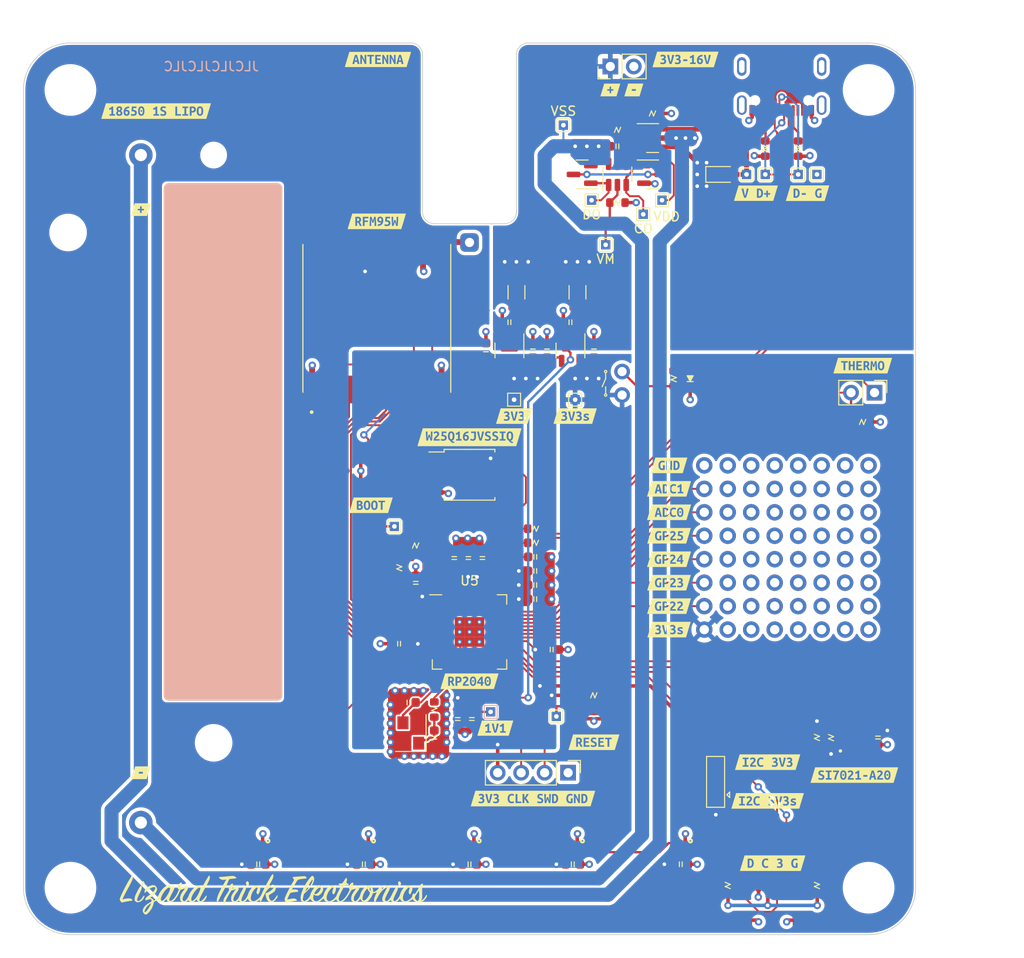
<source format=kicad_pcb>
(kicad_pcb (version 20221018) (generator pcbnew)
  (layers (0 "F.Cu" signal) (1 "In1.Cu" power "GND2.Cu") (2 "In2.Cu" power "CND2.Cu") (31 "B.Cu" signal) (34 "B.Paste" user) (35 "F.Paste" user) (36 "B.SilkS" user "B.Silkscreen") (37 "F.SilkS" user "F.Silkscreen") (38 "B.Mask" user) (39 "F.Mask" user) (44 "Edge.Cuts" user))
  (net 0 "")
  (net 1 "GND")
  (net 2 "VCC")
  (net 3 "SCL")
  (net 4 "SDA")
  (net 5 "+3V3")
  (net 6 "NEOPIXEL")
  (net 7 "VBUS")
  (net 8 "Net-(AE1-A)")
  (net 9 "D-")
  (net 10 "D+")
  (net 11 "Net-(U1-BP)")
  (net 12 "LORA_MISO")
  (net 13 "LORA_MOSI")
  (net 14 "LORA_SCK")
  (net 15 "LORA_NSS")
  (net 16 "LORA_RESET")
  (net 17 "LORA_DIO5")
  (net 18 "Net-(U2-BP)")
  (net 19 "LORA_DIO3")
  (net 20 "LORA_DIO4")
  (net 21 "LORA_DIO0")
  (net 22 "LORA_DIO1")
  (net 23 "LORA_DIO2")
  (net 24 "+1V1")
  (net 25 "Net-(C6-Pad1)")
  (net 26 "/QSPI_CSn")
  (net 27 "/QSPI_SD3")
  (net 28 "/QSPI_SCLK")
  (net 29 "/QSPI_SD0")
  (net 30 "/QSPI_SD2")
  (net 31 "/XIN")
  (net 32 "/XOUT")
  (net 33 "/MCU_D-")
  (net 34 "/MCU_D+")
  (net 35 "+3V3_S")
  (net 36 "SDA1")
  (net 37 "SCL1")
  (net 38 "/QSPI_SD1")
  (net 39 "Net-(R10-Pad1)")
  (net 40 "Net-(U7-VDD)")
  (net 41 "Net-(D2-DOUT)")
  (net 42 "Net-(D4-DOUT)")
  (net 43 "Net-(D5-DOUT)")
  (net 44 "/QT Power")
  (net 45 "3V3_S_EN")
  (net 46 "Net-(D6-DOUT)")
  (net 48 "Net-(D8-A)")
  (net 49 "Net-(J4-CC1)")
  (net 50 "SHIELD")
  (net 52 "/SWDIO")
  (net 53 "/SWCLK")
  (net 54 "/ADC1")
  (net 55 "/ADC0")
  (net 56 "/GP25")
  (net 57 "/GP24")
  (net 58 "/GP23")
  (net 59 "/GP22")
  (net 60 "Net-(J4-CC2)")
  (net 61 "VDD")
  (net 63 "Net-(JP2-B)")
  (net 64 "Net-(Q1-G)")
  (net 65 "/BATT_MINUS")
  (net 66 "THERM_POWER")
  (net 67 "THERM")
  (net 68 "Net-(Q1-D)")
  (net 69 "Net-(Q2-G)")
  (net 70 "Net-(U5-RUN)")
  (net 71 "Net-(U7-VM)")
  (net 75 "Net-(U2-VIN)")
  (net 80 "Net-(U1-EN)")
  (footprint "lizard_libs:R_0603_Lizard" (layer "F.Cu") (at 177.841001 83.853001 180)
    (fp_text reference "R8")
    (fp_text value "27")
  )
  (footprint "lizard_libs:TestPoint_THTPad_1.0x1.0mm_Drill0.5mm-Lizard" (layer "F.Cu") (at 191.557001 48.293001)
    (fp_text reference "TP12")
    (fp_text value "VDD")
  )
  (footprint "lizard_libs:TestPoint_THTPad_1.0x1.0mm_Drill0.5mm-Lizard" (layer "F.Cu") (at 183.937001 48.293001)
    (fp_text reference "TP14")
    (fp_text value "DO")
  )
  (footprint "Package_TO_SOT_SMD:SOT-23-5" (layer "F.Cu") (at 181.651001 64.549001 -90)
    (fp_text reference "U2")
    (fp_text value "LD2985BM33R")
  )
  (footprint "lizard_libs:PTS_180_Tactile_Switch" (layer "F.Cu") (at 160.061001 77.155001 90)
    (fp_text reference "S1")
    (fp_text value "PTS810")
  )
  (footprint "kibuzzard-63ABCCDB" (layer "F.Cu") (at 192.319001 76.995001)
    (fp_text reference "kibuzzard-63ABCCDB" hide)
    (fp_text value "G***" hide)
  )
  (footprint "Connector_PinHeader_2.54mm:PinHeader_1x04_P2.54mm_Vertical" (layer "F.Cu") (at 181.397001 110.269001 -90)
    (fp_text reference "J6")
    (fp_text value "Conn_01x04")
  )
  (footprint "lizard_libs:TestPoint_THTPad_1.0x1.0mm_Drill0.5mm-Lizard" (layer "F.Cu") (at 189.525001 49.817001)
    (fp_text reference "TP13")
    (fp_text value "CO")
  )
  (footprint "kibuzzard-63ABBA8A" (layer "F.Cu") (at 185.969001 36.355001)
    (fp_text reference "kibuzzard-63ABBA8A" hide)
    (fp_text value "G***" hide)
  )
  (footprint "lizard_libs:R_0603_Lizard" (layer "F.Cu") (at 208.321001 106.459001 -90)
    (fp_text reference "R17")
    (fp_text value "10k")
  )
  (footprint "lizard_libs:R_0603_Lizard" (layer "F.Cu") (at 186.731001 48.547001)
    (fp_text reference "R12")
    (fp_text value "2k7")
  )
  (footprint "kibuzzard-63ABD564" (layer "F.Cu") (at 203.527001 120.061351)
    (fp_text reference "kibuzzard-63ABD564" hide)
    (fp_text value "G***" hide)
  )
  (footprint "lizard_libs:RP2040_QFN-56" (layer "F.Cu") (at 170.729001 95.029001)
    (fp_text reference "U5")
    (fp_text value "RP2040")
  )
  (footprint "lizard_libs:C_0603_Lizard" (layer "F.Cu") (at 177.841001 89.949001)
    (fp_text reference "C15")
    (fp_text value "100n")
  )
  (footprint "lizard_libs:GCT_USB4105-GF-A" (layer "F.Cu") (at 204.511001 33.815001 180)
    (fp_text reference "J4")
    (fp_text value "USB4105-GF-A_Lizard")
  )
  (footprint "lizard_libs:C_0603_Lizard" (layer "F.Cu") (at 184.191001 64.549001 90)
    (fp_text reference "C2")
    (fp_text value "22u")
  )
  (footprint "lizard_libs:SK6812 2020" (layer "F.Cu") (at 159.299001 118.397001 180)
    (fp_text reference "D4")
    (fp_text value "SK6812_2020")
  )
  (footprint "TestPoint:TestPoint_THTPad_1.0x1.0mm_Drill0.5mm" (layer "F.Cu") (at 208.321001 45.499001 90)
    (fp_text reference "TP6")
    (fp_text value "GND")
  )
  (footprint "kibuzzard-63ABBA8A" (layer "F.Cu") (at 135.169001 49.309001)
    (fp_text reference "kibuzzard-63ABBA8A" hide)
    (fp_text value "G***" hide)
  )
  (footprint "kibuzzard-63ABB100" (layer "F.Cu") (at 170.729001 73.947001)
    (fp_text reference "kibuzzard-63ABB100" hide)
    (fp_text value "G***" hide)
  )
  (footprint "lizard_libs:C_0603_Lizard" (layer "F.Cu") (at 163.109001 96.299001 180)
    (fp_text reference "C12")
    (fp_text value "100n")
  )
  (footprint "TestPoint:TestPoint_THTPad_1.0x1.0mm_Drill0.5mm" (layer "F.Cu") (at 206.289001 45.499001 90)
    (fp_text reference "TP2")
    (fp_text value "D-")
  )
  (footprint "lizard_libs:Lizard_MountingHole_3.5mm" (layer "F.Cu") (at 127.549001 122.715002 90)
    (fp_text reference "H1")
    (fp_text value "MountingHole")
  )
  (footprint "kibuzzard-63ABCD13" (layer "F.Cu") (at 177.597001 113.063001)
    (fp_text reference "kibuzzard-63ABCD13" hide)
    (fp_text value "G***" hide)
  )
  (footprint "kibuzzard-63B27CA9" (layer "F.Cu") (at 160.823001 33.053001)
    (fp_text reference "kibuzzard-63B27CA9" hide)
    (fp_text value "G***" hide)
  )
  (footprint "lizard_libs:C_0603_Lizard" (layer "F.Cu") (at 172.126001 87.028001 90)
    (fp_text reference "C11")
    (fp_text value "100n")
  )
  (footprint "Crystal:Crystal_SMD_3225-4Pin_3.2x2.5mm" (layer "F.Cu") (at 164.379001 105.966 90)
    (fp_text reference "Y1")
    (fp_text value "12MHz")
  )
  (footprint "kibuzzard-63ABCD05" (layer "F.Cu") (at 192.319001 92.235001)
    (fp_text reference "kibuzzard-63ABCD05" hide)
    (fp_text value "G***" hide)
  )
  (footprint "kibuzzard-63ABD432" (layer "F.Cu") (at 184.191001 106.967001)
    (fp_text reference "kibuzzard-63ABD432" hide)
    (fp_text value "G***" hide)
  )
  (footprint "kibuzzard-63ABB33A" (layer "F.Cu") (at 213.274001 66.200001)
    (fp_text reference "kibuzzard-63ABB33A" hide)
    (fp_text value "G***" hide)
  )
  (footprint "kibuzzard-63B9C3A5" (layer "F.Cu") (at 160.696001 50.579001)
    (fp_text reference "kibuzzard-63B9C3A5" hide)
    (fp_text value "G***" hide)
  )
  (footprint "lizard_libs:R_0603_Lizard" (layer "F.Cu") (at 190.541001 38.895001)
    (fp_text reference "R13")
    (fp_text value "10k")
  )
  (footprint "kibuzzard-63ABB174" (layer "F.Cu") (at 182.159001 71.661001)
    (fp_text reference "kibuzzard-63ABB174" hide)
    (fp_text value "G***" hide)
  )
  (footprint "lizard_libs:Lizard_MountingHole_3.5mm" (layer "F.Cu") (at 213.909001 122.715002 90)
    (fp_text reference "H3")
    (fp_text value "MountingHole")
  )
  (footprint "kibuzzard-63ABCD0C" (layer "F.Cu") (at 192.319001 94.775001)
    (fp_text reference "kibuzzard-63ABCD0C" hide)
    (fp_text value "G***" hide)
  )
  (footprint "lizard_libs:C_0603_Lizard" (layer "F.Cu") (at 164.913601 89.71 90)
    (fp_text reference "C16")
    (fp_text value "100n")
  )
  (footprint "kibuzzard-63ABCCE2" (layer "F.Cu") (at 192.319001 79.535001)
    (fp_text reference "kibuzzard-63ABCCE2" hide)
    (fp_text value "G***" hide)
  )
  (footprint "Resistor_SMD:R_1206_3216Metric" (layer "F.Cu") (at 182.413001 58.260501 -90)
    (fp_text reference "F2")
    (fp_text value "Polyfuse_PFNF.050.2")
  )
  (footprint "lizard_libs:SK6812 2020" (layer "F.Cu") (at 170.729001 118.397001 180)
    (fp_text reference "D5")
    (fp_text value "SK6812_2020")
  )
  (footprint "kibuzzard-63ABB925" (layer "F.Cu") (at 207.305001 47.531001)
    (fp_text reference "kibuzzard-63ABB925" hide)
    (fp_text value "G***" hide)
  )
  (footprint "lizard_libs:R_0603_Lizard" (layer "F.Cu") (at 213.274001 72.296001)
    (fp_text reference "R4")
    (fp_text value "10k")
  )
  (footprint "lizard_libs:C_0603_Lizard" (layer "F.Cu") (at 170.602001 87.028001 90)
    (fp_text reference "C10")
    (fp_text value "100n")
  )
  (footprint "TestPoint:TestPoint_THTPad_1.0x1.0mm_Drill0.5mm" (layer "F.Cu") (at 182.159001 69.883001 90)
    (fp_text reference "TP7")
    (fp_text value "3V3s")
  )
  (footprint "Resistor_SMD:R_1206_3216Metric" (layer "F.Cu") (at 175.809001 58.260501 -90)
    (fp_text reference "F1")
    (fp_text value "Polyfuse_PFNF.050.2")
  )
  (footprint "Package_SO:SOIC-8_5.275x5.275mm_P1.27mm" (layer "F.Cu") (at 170.729001 78.011001)
    (fp_text reference "U3")
    (fp_text value "W25Q16JVSSIQ")
  )
  (footprint "lizard_libs:Pin Jumper lizard" (layer "F.Cu") (at 187.239001 69.380001 180)
    (fp_text reference "JP2")
    (fp_text value "Jumper_2_Open")
  )
  (footprint "lizard_libs:R_0603_Lizard" (layer "F.Cu") (at 208.321001 122.461001 90)
    (fp_text reference "R15")
    (fp_text value "2k7")
  )
  (footprint "lizard_libs:C_0603_Lizard" (layer "F.Cu") (at 179.111001 64.549001 90)
    (fp_text reference "C20")
    (fp_text value "1u 25V")
  )
  (footprint "lizard_libs:TestPoint_THTPad_1.0x1.0mm_Drill0.5mm-Lizard" (layer "F.Cu") (at 185.461001 53.119001)
    (fp_text reference "TP10")
    (fp_text value "VM")
  )
  (footprint "lizard_libs:C_0603_Lizard" (layer "F.Cu") (at 177.841001 91.473001)
    (fp_text reference "C13")
    (fp_text value "100n")
  )
  (footprint "kibuzzard-63ABCCF2" (layer "F.Cu") (at 192.319001 84.615001)
    (fp_text reference "kibuzzard-63ABCCF2" hide)
    (fp_text value "G***" hide)
  )
  (footprint "kibuzzard-63ABB0D8" (layer "F.Cu") (at 170.729001 100.363001)
    (fp_text reference "kibuzzard-63ABB0D8" hide)
    (fp_text value "G***" hide)
  )
  (footprint "Diode_SMD:D_SOD-323" (layer "F.Cu") (at 197.907001 45.499001)
    (fp_text reference "D3")
    (fp_text value "PMEG2010EA,115")
  )
  (footprint "TestPoint:TestPoint_THTPad_1.0x1.0mm_Drill0.5mm" (layer "F.Cu") (at 202.733001 45.499001 90)
    (fp_text reference "TP3")
    (fp_text value "D+")
  )
  (footprint "lizard_libs:C_0603_Lizard" (layer "F.Cu") (at 170.729001 120.175001)
    (fp_text reference "C26")
    (fp_text value "100n")
  )
  (footprint "lizard_libs:C_0603_Lizard" (layer "F.Cu") (at 169.078001 87.028001 90)
    (fp_text reference "C4")
    (fp_text value "100n")
  )
  (footprint "lizard_libs:C_0603_Lizard" (layer "F.Cu") (at 177.841001 86.901001)
    (fp_text reference "C7")
    (fp_text value "1u")
  )
  (footprint "lizard_libs:SI7021-A20" (layer "F.Cu") (at 212.385001 106.459001 90)
    (fp_text reference "U4")
    (fp_text value "SI7021-A20")
  )
  (footprint "kibuzzard-63ABB255" (layer "F.Cu") (at 212.369001 110.523001)
    (fp_text reference "kibuzzard-63ABB255" hide)
    (fp_text value "G***" hide)
  )
  (footprint "kibuzzard-63ABB2C2" (layer "F.Cu") (at 202.987001 113.317001)
    (fp_text reference "kibuzzard-63ABB2C2" hide)
    (fp_text value "G***" hide)
  )
  (footprint "lizard_libs:STEMMA-QT-CONNECTOR" (layer "F.Cu") (at 203.503001 124.352651)
    (fp_text reference "J3" hide)
    (fp_text value "Stemma-QT-Connector")
  )
  (footprint "Package_TO_SOT_SMD:SOT-23-6" (layer "F.Cu") (at 186.731001 45.499001 90)
    (fp_text reference "U7")
    (fp_text value "AP9101CAK6-ANTRG1")
  )
  (footprint "lizard_libs:R_0603_Lizard" (layer "F.Cu") (at 202.733001 42.705001 -90)
    (fp_text reference "R6")
    (fp_text value "5k1")
  )
  (footprint "lizard_libs:Lizard_MountingHole_3.5mm" (layer "F.Cu") (at 213.909001 36.355002 90)
    (fp_text reference "H4")
    (fp_text value "MountingHole")
  )
  (footprint "lizard_libs:C_0603_Lizard" (layer "F.Cu") (at 179.619001 96.934001)
    (fp_text reference "C14")
    (fp_text value "100n")
  )
  (footprint "Package_TO_SOT_SMD:SOT-23-5" (layer "F.Cu") (at 175.047001 64.549001 -90)
    (fp_text reference "U1")
    (fp_text value "LD2985BM33R")
  )
  (footprint "lizard_libs:C_0603_Lizard" (layer "F.Cu") (at 172.507001 64.549001 90)
    (fp_text reference "C19")
    (fp_text value "1u 25V")
  )
  (footprint "TestPoint:TestPoint_THTPad_1.0x1.0mm_Drill0.5mm" (layer "F.Cu") (at 200.701001 45.499001 90)
    (fp_text reference "TP1")
    (fp_text value "VBUS")
  )
  (footprint "lizard_libs:C_0603_Lizard" (layer "F.Cu") (at 159.299001 120.175001)
    (fp_text reference "C23")
    (fp_text value "100n")
  )
  (footprint "kibuzzard-63ABD5CF" (layer "F.Cu") (at 173.523001 105.443001)
    (fp_text reference "kibuzzard-63ABD5CF" hide)
    (fp_text value "G***" hide)
  )
  (footprint "Package_TO_SOT_SMD:SOT-23" (layer "F.Cu") (at 190.541001 41.562001)
    (fp_text reference "Q3")
    (fp_text value "DMG3415U-7")
  )
  (footprint "kibuzzard-63ABCCFF" (layer "F.Cu") (at 192.319001 89.695001)
    (fp_text reference "kibuzzard-63ABCCFF" hide)
    (fp_text value "G***" hide)
  )
  (footprint "lizard_libs:SK6812 2020" (layer "F.Cu") (at 193.589001 118.397001 180)
    (fp_text reference "D7")
    (fp_text value "SK6812_2020")
  )
  (footprint "lizard_libs:XCVR_RFM95W-915S2" (layer "F.Cu") (at 160.700652 61.081634 90)
    (fp_text reference "U6")
    (fp_text value "RFM95W-915S2")
  )
  (footprint "TestPoint:TestPoint_THTPad_1.0x1.0mm_Drill0.5mm" (layer "F.Cu") (at 180.127001 104.173001)
    (fp_text reference "TP9")
    (fp_text value "RESET")
  )
  (footprint "lizard_libs:Lizard Text Logo" (layer "F.Cu") (at 149.393001 123.223001)
    (fp_text reference "G1")
    (fp_text value "LOGO" hide)
  )
  (footprint "lizard_libs:C_0603_Lizard" (layer "F.Cu") (at 170.983001 104.455 -90)
    (fp_text reference "C5")
    (fp_text value "100n")
  )
  (footprint "kibuzzard-63ABB90E" (layer "F.Cu") (at 201.717001 47.531001)
    (fp_text reference "kibuzzard-63ABB90E" hide)
    (fp_text value "G***" hide)
  )
  (footprint "lizard_libs:C_0603_Lizard" (layer "F.Cu") (at 181.651001 61.501001 180)
    (fp_text reference "C17")
    (fp_text value "1u 25V")
  )
  (footprint "lizard_libs:C_0603_Lizard" (layer "F.Cu") (at 177.841001 88.425001)
    (fp_text reference "C9")
    (fp_text value "1u")
  )
  (footprint "Connector_PinHeader_2.54mm:PinHeader_1x02_P2.54mm_Vertical" (layer "F.Cu") (at 214.549001 69.121001 -90)
    (fp_text reference "J1")
    (fp_text value "Thermistor")
  )
  (footprint "lizard_libs:TestPoint_THTPad_1.0x1.0mm_Drill0.5mm-Lizard" (layer "F.Cu") (at 180.889001 40.165001)
    (fp_text reference "TP11")
    (fp_text value "VSS")
  )
  (footprint "lizard_libs:R_0603_Lizard" (layer "F.Cu") (at 166.919001 103.426 -90)
    (fp_text reference "R9")
    (fp_text value "1k")
  )
  (footprint "lizard_libs:C_0603_Lizard" (layer "F.Cu") (at 166.919001 106.474 -90)
    (fp_text reference "C6")
    (fp_text value "15p")
  )
  (footprint "kibuzzard-63B32B21" (layer "F.Cu") (at 136.820001 38.641001)
    (fp_text reference "kibuzzard-63B32B21" hide)
    (fp_text value "G***" hide)
  )
  (footprint "lizard_libs:C_0603_Lizard" (layer "F.Cu") (at 186.731001 42.451001 180)
    (fp_text reference "C22")
    (fp_text value "100n")
  )
  (footprint "lizard_libs:C_0603_Lizard" (layer "F.Cu") (at 175.047001 61.501001 180)
    (fp_text reference "C18")
    (fp_text value "1u 25V")
  )
  (footprint "lizard_libs:R_0603_Lizard" (layer "F.Cu") (at 186.731001 40.673001 180)
    (fp_text reference "R11")
    (fp_text value "330")
  )
  (footprint "lizard_libs:LED-0805-Lizard" (layer "F.Cu") (at 194.605001 67.597001 90)
    (fp_text reference "D8")
    (fp_text value "PWR")
  )
  (footprint "lizard_libs:PTS_180_Tactile_Switch" (layer "F.Cu") (at 184.191001 104.173001 180)
    (fp_text reference "S2")
    (fp_text value "PTS810")
  )
  (footprint "lizard_libs:SK6812 2020" (layer "F.Cu") (at 181.905001 118.397001 180)
    (fp_text reference "D6")
    (fp_text value "SK6812_2020")
  )
  (footprint "lizard_libs:C_0603_Lizard" (layer "F.Cu") (at 147.869001 120.175001)
    (fp_text reference "C25")
    (fp_text value "100n")
  )
  (footprint "Jumper:SolderJumper-3_P2.0mm_Open_TrianglePad1.0x1.5mm" (layer "F.Cu") (at 197.377601 111.258301 90)
    (fp_text reference "JP1")
    (fp_text value "VSelect")
  )
  (footprint "lizard_libs:Spring_Antenna_1.0_Drill" (layer "F.Cu") (at 170.729001 52.865001)
    (fp_text reference "AE1")
    (fp_text value "Antenna")
  )
  (footprint "TestPoint:TestPoint_THTPad_1.0x1.0mm_Drill0.5mm" (layer "F.Cu") (at 175.555001 69.883001 90)
    (fp_text reference "TP4")
    (fp_text value "3V3")
  )
  (footprint "lizard_libs:R_0603_Lizard" (layer "F.Cu") (at 163.135601 88.071201 90)
    (fp_text reference "R2")
    (fp_text value "DNF")
  )
  (footprint "lizard_libs:C_0603_Lizard" (layer "F.Cu") (at 177.587001 64.549001 90)
    (fp_text reference "C1")
    (fp_text value "22u")
  )
  (footprint "lizard_libs:R_0603_Lizard" (layer "F.Cu") (at 198.669001 122.461001 90)
    (fp_text reference "R14")
    (fp_text value "2k7")
  )
  (footprint "lizard_libs:R_0603_Lizard" (layer "F.Cu") (at 206.289001 42.705001 -90)
    (fp_text reference "R7")
    (fp_text value "5k1")
  )
  (footprint "lizard_libs:C_0603_Lizard" (layer "F.Cu") (at 164.125001 102.664 180)
    (fp_text reference "C3")
    (fp_text value "15p")
  )
  (footprint "lizard_libs:R_0603_Lizard" (layer "F.Cu") (at 164.913601 85.671401)
    (fp_text reference "R10")
    (fp_text value "2k7")
  )
  (footprint "Connector_PinHeader_2.54mm:PinHeader_1x02_P2.54mm_Vertical" (layer "F.Cu") (at 185.964001 33.815001 90)
    (fp_text reference "J5")
    (fp_text value "3V3-16V")
  )
  (footprint "lizard_libs:R_0603_Lizard" (layer "F.Cu") (at 184.191001 101.887001)
    (fp_text reference "R1")
    (fp_text value "2k7")
  )
  (footprint "TestPoint:TestPoint_THTPad_1.0x1.0mm_Drill0.5mm" (layer "F.Cu") (at 162.601001 83.599001)
    (fp_text reference "TP8")
    (fp_text value "BOOT SELECT")
  )
  (footprint "lizard_libs:R_0603_Lizard" (layer "F.Cu") (at 192.827001 67.597001 90)
    (fp_text reference "R5")
    (fp_text value "5k1")
  )
  (footprint "kibuzzard-63ABB154" (layer "F.Cu") (at 175.555001 71.661001)
    (fp_text reference "kibuzzard-63ABB154" hide)
    (fp_text value "G***" hide)
  )
  (footprint "kibuzzard-63ABBAAB" (layer "F.Cu") (at 188.509001 36.355001)
    (fp_text reference "kibuzzard-63ABBAAB" hide)
    (fp_text value "G***" hide)
  )
  (footprint "lizard_libs:Lizard_MountingHole_3.5mm" (layer "F.Cu") (at 127.549001 36.355002 90)
    (fp_text reference "H2")
    (fp_text value "MountingHole")
  )
  (footprint "lizard_libs:R_0603_Lizard" (layer "F.Cu") (at 209.845001 106.459001 90)
    (fp_text reference "R16")
    (fp_text value "10k")
  )
  (footprint "kibuzzard-63ABCCEA" (layer "F.Cu") (at 192.319001 82.075001)
    (fp_text reference "kibuzzard-63ABCCEA" hide)
    (fp_text value "G***" hide)
  )
  (footprint "kibuzzard-63ABB9BF" (layer "F.Cu") (at 194.097001 33.053001)
    (fp_text reference "kibuzzard-63ABB9BF" hide)
    (fp_text value "G***" hide)
  )
  (footprint "lizard_libs:Keystone 1043 18650" (layer "F.Cu") (at 135.169001 79.535001 90)
    (fp_text reference "BT1")
    (fp_text value "Keystone 1043 18650")
  )
  (footprint "lizard_libs:C_0603_Lizard" (layer "F.Cu") (at 181.905001 120.175001)
    (fp_text reference "C24")
    (fp_text value "100n")
  )
  (footprint "Package_TO_SOT_SMD:SOT-23" (layer "F.Cu") (at 190.541001 45.499001)
    (fp_text reference "Q2")
    (fp_text value "DMN2046U-7")
  )
  (footprint "kibuzzard-63ABD482" (layer "F.Cu") (at 160.061001 81.313001)
    (fp_text reference "kibuzzard-63ABD482" hide)
    (fp_text value "G***" hide)
  )
  (footprint "lizard_libs:SK6812 2020" (layer "F.Cu") (at 147.869001 118.397001 180)
    (fp_text reference "D2")
    (fp_text value "SK6812_2020")
  )
  (footprint "lizard_libs:C_0603_Lizard" (layer "F.Cu") (at 214.925001 106.459001 -90)
    (fp_text reference "C21")
    (fp_text value "0.1u")
  )
  (footprint "lizard_libs:C_0603_Lizard" (layer "F.Cu") (at 193.589001 120.175001)
    (fp_text reference "C27")
    (fp_text value "100n")
  )
  (footprint "kibuzzard-63ABB2DA" (layer "F.Cu") (at 202.987001 109.126001)
    (fp_text reference "kibuzzard-63ABB2DA" hide)
    (fp_text value "G***" hide)
  )
  (footprint "kibuzzard-63ABCCF8" (layer "F.Cu") (at 192.319001 87.155001)
    (fp_text reference "kibuzzard-63ABCCF8" hide)
    (fp_text value "G***" hide)
  )
  (footprint "lizard_libs:R_0603_Lizard" (layer "F.Cu") (at 177.841001 85.377001 180)
    (fp_text reference "R3")
    (fp_text value "27")
  )
  (footprint "kibuzzard-63ABBAAB" (layer "F.Cu") (at 135.169001 110.269001)
    (fp_text reference "kibuzzard-63ABBAAB" hide)
    (fp_text value "G***" hide)
  )
  (footprint "lizard_libs:Prototype Area 8x8" (layer "F.Cu") (at 196.129001 76.995001)
    (fp_text reference "J2")
    (fp_text value "Conn_01x08")
  )
  (footprint "lizard_libs:C_0603_Lizard" (layer "F.Cu") (at 169.459001 104.455 -90)
    (fp_text reference "C8")
    (fp_text value "100n")
  )
  (footprint "Package_TO_SOT_SMD:SOT-23" (layer "F.Cu") (at 182.921001 45.499001 180)
    (fp_text reference "Q1")
    (fp_text value "DMN2046U-7")
  )
  (footprint "TestPoint:TestPoint_THTPad_1.0x1.0mm_Drill0.5mm" (layer "B.Cu") (at 173.015001 103.68 -90)
    (fp_text reference "TP5")
    (fp_text value "TestPoint")
  )
  (gr_poly (pts (arc (start 149.901001 102.395001) (mid 150.260211 102.246211) (end 150.409001 101.887001)) (arc (start 150.409002 47.023) (mid 150.260212 46.66379) (end 149.901002 46.515)) (arc (start 138.217 46.515) (mid 137.85779 46.66379) (end 137.709 47.023)) (arc (start 137.709 101.887002) (mid 137.85779 102.246212) (end 138.217 102.395002))) (stroke (width 0.15)) (fill solid) (layer "B.SilkS"))
  (gr_arc (start 213.909001 31.275002) (mid 217.501103 32.7629) (end 218.989001 36.355002) (stroke (width 0.1)) (layer "Edge.Cuts"))
  (gr_arc (start 175.809001 32.545001) (mid 176.180976 31.646976) (end 177.079001 31.275001) (stroke (width 0.1)) (layer "Edge.Cuts"))
  (gr_line (start 174.539001 50.833001) (end 166.919001 50.833001) (stroke (width 0.1)) (layer "Edge.Cuts"))
  (gr_arc (start 122.469001 36.355002) (mid 123.956898 32.762899) (end 127.549001 31.275002) (stroke (width 0.1)) (layer "Edge.Cuts"))
  (gr_line (start 127.549001 127.795002) (end 213.909001 127.795002) (stroke (width 0.1)) (layer "Edge.Cuts"))
  (gr_line (start 177.079001 31.275001) (end 213.909001 31.275002) (stroke (width 0.1)) (layer "Edge.Cuts"))
  (gr_arc (start 164.379001 31.275001) (mid 165.277026 31.646976) (end 165.649001 32.545001) (stroke (width 0.1)) (layer "Edge.Cuts"))
  (gr_line (start 122.469001 36.355002) (end 122.469001 122.715002) (stroke (width 0.1)) (layer "Edge.Cuts"))
  (gr_line (start 175.809001 32.545001) (end 175.809001 49.563001) (stroke (width 0.1)) (layer "Edge.Cuts"))
  (gr_line (start 164.379001 31.275001) (end 127.549001 31.275002) (stroke (width 0.1)) (layer "Edge.Cuts"))
  (gr_arc (start 166.919001 50.833001) (mid 166.020976 50.461026) (end 165.649001 49.563001) (stroke (width 0.1)) (layer "Edge.Cuts"))
  (gr_arc (start 218.989001 122.715002) (mid 217.501103 126.307104) (end 213.909001 127.795002) (stroke (width 0.1)) (layer "Edge.Cuts"))
  (gr_line (start 218.989001 122.715002) (end 218.989001 36.355002) (stroke (width 0.1)) (layer "Edge.Cuts"))
  (gr_arc (start 175.809001 49.563001) (mid 175.437026 50.461026) (end 174.539001 50.833001) (stroke (width 0.1)) (layer "Edge.Cuts"))
  (gr_line (start 165.649001 49.563001) (end 165.649001 32.545001) (stroke (width 0.1)) (layer "Edge.Cuts"))
  (gr_arc (start 127.549001 127.795002) (mid 123.956898 126.307105) (end 122.469001 122.715002) (stroke (width 0.1)) (layer "Edge.Cuts"))
  (gr_text "JLCJLCJLCJLC" (at 142.789001 33.815001) (layer "B.SilkS") (effects (font (size 1 1)) (justify mirror)))
  (segment (start 174.272001 61.501001) (end 174.272001 60.244001) (width 0.381) (layer "F.Cu") (net 1))
  (segment (start 182.380001 117.922001) (end 182.380001 116.906001) (width 0.381) (layer "F.Cu") (net 1))
  (segment (start 186.324001 104.782001) (end 185.969001 104.427001) (width 0.381) (layer "F.Cu") (net 1))
  (segment (start 202.003001 123.699001) (end 202.003001 122.352651) (width 0.381) (layer "F.Cu") (net 1))
  (segment (start 214.099001 72.296001) (end 215.179001 72.296001) (width 0.381) (layer "F.Cu") (net 1))
  (segment (start 194.364001 120.175001) (end 195.367001 120.175001) (width 0.381) (layer "F.Cu") (net 1))
  (segment (start 200.703002 126.227651) (end 201.819301 126.227651) (width 0.381) (layer "F.Cu") (net 1))
  (segment (start 191.366001 38.895001) (end 192.573001 38.895001) (width 0.381) (layer "F.Cu") (net 1))
  (segment (start 184.191001 63.774001) (end 184.191001 62.517001) (width 0.381) (layer "F.Cu") (net 1))
  (segment (start 164.913601 88.935) (end 164.913601 87.932) (width 0.381) (layer "F.Cu") (net 1))
  (segment (start 185.969001 104.427001) (end 184.445001 104.427001) (width 0.381) (layer "F.Cu") (net 1))
  (segment (start 153.700652 66.176634) (end 153.715652 66.161634) (width 0.635) (layer "F.Cu") (net 1))
  (segment (start 148.344001 117.922001) (end 148.344001 116.906001) (width 0.381) (layer "F.Cu") (net 1))
  (segment (start 165.700652 53.381634) (end 165.700652 55.921634) (width 0.635) (layer "F.Cu") (net 1))
  (segment (start 201.608001 43.530001) (end 201.545001 43.467001) (width 0.381) (layer "F.Cu") (net 1))
  (segment (start 215.941001 107.221001) (end 215.928001 107.234001) (width 0.381) (layer "F.Cu") (net 1))
  (segment (start 189.603501 46.449001) (end 190.729001 46.449001) (width 0.381) (layer "F.Cu") (net 1))
  (segment (start 212.639001 108.745001) (end 212.369001 108.475001) (width 0.381) (layer "F.Cu") (net 1))
  (segment (start 168.443001 80.043001) (end 168.316001 79.916001) (width 0.381) (layer "F.Cu") (net 1))
  (segment (start 148.644001 120.175001) (end 149.647001 120.175001) (width 0.381) (layer "F.Cu") (net 1))
  (segment (start 175.047001 63.411501) (end 175.047001 62.276001) (width 0.381) (layer "F.Cu") (net 1))
  (segment (start 194.064001 117.922001) (end 194.064001 116.906001) (width 0.381) (layer "F.Cu") (net 1))
  (segment (start 181.397001 96.934001) (end 180.394001 96.934001) (width 0.381) (layer "F.Cu") (net 1))
  (segment (start 201.971001 123.731001) (end 202.003001 123.699001) (width 0.381) (layer "F.Cu") (net 1))
  (segment (start 172.507001 63.774001) (end 172.507001 62.517001) (width 0.381) (layer "F.Cu") (net 1))
  (segment (start 169.729001 98.466501) (end 169.729001 96.169) (width 0.2032) (layer "F.Cu") (net 1))
  (segment (start 160.074001 120.175001) (end 161.077001 120.175001) (width 0.381) (layer "F.Cu") (net 1))
  (segment (start 184.445001 104.427001) (end 184.191001 104.681001) (width 0.381) (layer "F.Cu") (net 1))
  (segment (start 186.324001 105.276001) (end 186.324001 104.782001) (width 0.381) (layer "F.Cu") (net 1))
  (segment (start 201.311001 39.301001) (end 200.955001 39.657001) (width 0.381) (layer "F.Cu") (net 1))
  (segment (start 148.344001 116.906001) (end 148.377001 116.873001) (width 0.381) (layer "F.Cu") (net 1))
  (segment (start 180.876001 61.501001) (end 180.876001 60.244001) (width 0.381) (layer "F.Cu") (net 1))
  (segment (start 167.700652 68.781634) (end 167.700652 66.176634) (width 0.635) (layer "F.Cu") (net 1))
  (segment (start 214.925001 108.237001) (end 214.417001 108.745001) (width 0.381) (layer "F.Cu") (net 1))
  (segment (start 171.204001 117.160001) (end 171.237001 117.127001) (width 0.381) (layer "F.Cu") (net 1))
  (segment (start 207.711001 38.570001) (end 207.711001 39.301001) (width 0.381) (layer "F.Cu") (net 1))
  (segment (start 171.237001 117.127001) (end 171.237001 116.873001) (width 0.381) (layer "F.Cu") (net 1))
  (segment (start 165.700652 55.921634) (end 165.780652 56.001634) (width 0.635) (layer "F.Cu") (net 1))
  (segment (start 201.311001 38.570001) (end 201.311001 39.301001) (width 0.381) (layer "F.Cu") (net 1))
  (segment (start 201.819301 126.227651) (end 202.003001 126.411351) (width 0.381) (layer "F.Cu") (net 1))
  (segment (start 207.496001 43.530001) (end 207.559001 43.467001) (width 0.381) (layer "F.Cu") (net 1))
  (segment (start 214.417001 108.745001) (end 212.639001 108.745001) (width 0.381) (layer "F.Cu") (net 1))
  (segment (start 181.651001 62.276001) (end 180.876001 61.501001) (width 0.381) (layer "F.Cu") (net 1))
  (segment (start 212.369001 108.475001) (end 212.369001 107.909001) (width 0.381) (layer "F.Cu") (net 1))
  (segment (start 206.303 126.227651) (end 205.234701 126.227651) (width 0.381) (layer "F.Cu") (net 1))
  (segment (start 177.587001 63.774001) (end 177.587001 62.517001) (width 0.381) (layer "F.Cu") (net 1))
  (segment (start 206.289001 43.530001) (end 207.496001 43.530001) (width 0.381) (layer "F.Cu") (net 1))
  (segment (start 158.958001 77.573401) (end 158.958001 75.022001) (width 0.381) (layer "F.Cu") (net 1))
  (segment (start 194.605001 68.534501) (end 194.605001 69.883001) (width 0.381) (layer "F.Cu") (net 1))
  (segment (start 182.380001 116.906001) (end 182.413001 116.873001) (width 0.381) (layer "F.Cu") (net 1))
  (segment (start 175.047001 62.276001) (end 174.272001 61.501001) (width 0.381) (layer "F.Cu") (net 1))
  (segment (start 182.680001 120.175001) (end 183.683001 120.175001) (width 0.381) (layer "F.Cu") (net 1))
  (segment (start 159.774001 116.906001) (end 159.807001 116.873001) (width 0.381) (layer "F.Cu") (net 1))
  (segment (start 215.928001 107.234001) (end 215.415801 107.234001) (width 0.381) (layer "F.Cu") (net 1))
  (segment (start 205.234701 126.227651) (end 205.051001 126.411351) (width 0.381) (layer "F.Cu") (net 1))
  (segment (start 182.413001 104.427001) (end 182.058001 104.782001) (width 0.381) (layer "F.Cu") (net 1))
  (segment (start 187.556001 48.547001) (end 188.763001 48.547001) (width 0.381) (layer "F.Cu") (net 1))
  (segment (start 161.077001 96.299001) (end 162.334001 96.299001) (width 0.381) (layer "F.Cu") (net 1))
  (segment (start 180.876001 60.244001) (end 180.889001 60.231001) (width 0.381) (layer "F.Cu") (net 1))
  (segment (start 190.729001 46.449001) (end 190.795001 46.515001) (width 0.381) (layer "F.Cu") (net 1))
  (segment (start 183.937001 104.427001) (end 184.191001 104.681001) (width 0.381) (layer "F.Cu") (net 1))
  (segment (start 159.774001 117.922001) (end 159.774001 116.906001) (width 0.381) (layer "F.Cu") (net 1))
  (segment (start 194.064001 116.906001) (end 194.097001 116.873001) (width 0.381) (layer "F.Cu") (net 1))
  (segment (start 207.711001 39.301001) (end 208.067001 39.657001) (width 0.381) (layer "F.Cu") (net 1))
  (segment (start 167.685652 66.161634) (end 167.700652 66.176634) (width 0.381) (layer "F.Cu") (net 1))
  (segment (start 153.700652 68.781634) (end 153.700652 66.176634) (width 0.635) (layer "F.Cu") (net 1))
  (segment (start 182.413001 104.427001) (end 183.937001 104.427001) (width 0.381) (layer "F.Cu") (net 1))
  (segment (start 168.316001 79.916001) (end 167.129001 79.916001) (width 0.381) (layer "F.Cu") (net 1))
  (segment (start 158.974601 77.590001) (end 158.958001 77.573401) (width 0.381) (layer "F.Cu") (net 1))
  (segment (start 174.272001 60.244001) (end 174.285001 60.231001) (width 0.381) (layer "F.Cu") (net 1))
  (segment (start 158.958001 77.606601) (end 158.958001 79.288001) (width 0.381) (layer "F.Cu") (net 1))
  (segment (start 158.974601 77.590001) (end 158.958001 77.606601) (width 0.381) (layer "F.Cu") (net 1))
  (segment (start 171.204001 117.922001) (end 171.204001 117.160001) (width 0.381) (layer "F.Cu") (net 1))
  (segment (start 202.733001 43.530001) (end 201.608001 43.530001) (width 0.381) (layer "F.Cu") (net 1))
  (segment (start 214.925001 107.234001) (end 214.925001 108.237001) (width 0.381) (layer "F.Cu") (net 1))
  (segment (start 181.651001 63.411501) (end 181.651001 62.276001) (width 0.381) (layer "F.Cu") (net 1))
  (segment (start 179.111001 63.774001) (end 179.111001 62.517001) (width 0.381) (layer "F.Cu") (net 1))
  (segment (start 171.504001 120.175001) (end 172.507001 120.175001) (width 0.381) (layer "F.Cu") (net 1))
  (segment (start 182.058001 104.782001) (end 182.058001 105.276001) (width 0.381) (layer "F.Cu") (net 1))
  (via (at 167.756 108.491001) (size 0.8) (drill 0.4) (layers "F.Cu" "B.Cu") (net 1))
  (via (at 159.807001 116.873001) (size 0.8) (drill 0.4) (layers "F.Cu" "B.Cu") (net 1))
  (via (at 192.573001 38.895001) (size 0.8) (drill 0.4) (layers "F.Cu" "B.Cu") (net 1))
  (via (at 184.191001 62.517001) (size 0.8) (drill 0.4) (layers "F.Cu" "B.Cu") (net 1))
  (via (at 162.168 104.935001) (size 0.8) (drill 0.4) (layers "F.Cu" "B.Cu") (net 1))
  (via (at 190.795001 46.515001) (size 0.8) (drill 0.4) (layers "F.Cu" "B.Cu") (net 1))
  (via (at 215.941001 107.221001) (size 0.8) (drill 0.4) (layers "F.Cu" "B.Cu") (net 1))
  (via (at 174.285001 60.231001) (size 0.8) (drill 0.4) (layers "F.Cu" "B.Cu") (net 1))
  (via (at 179.619001 91.473001) (size 0.8) (drill 0.4) (layers "F.Cu" "B.Cu") (net 1))
  (via (at 205.051001 126.411351) (size 0.8) (drill 0.4) (layers "F.Cu" "B.Cu") (net 1))
  (via (at 162.168 107.983001) (size 0.8) (drill 0.4) (layers "F.Cu" "B.Cu") (net 1))
  (via (at 164.708 101.379001) (size 0.8) (drill 0.4) (layers "F.Cu" "B.Cu") (net 1))
  (via (at 183.683001 120.175001) (size 0.8) (drill 0.4) (layers "F.Cu" "B.Cu") (net 1))
  (via (at 172.507001 120.175001) (size 0.8) (drill 0.4) (layers "F.Cu" "B.Cu") (net 1))
  (via (at 207.559001 43.467001) (size 0.8) (drill 0.4) (layers "F.Cu" "B.Cu") (net 1))
  (via (at 165.780652 56.001634) (size 0.8) (drill 0.4) (layers "F.Cu" "B.Cu") (net 1))
  (via (at 215.179001 72.296001) (size 0.8) (drill 0.4) (layers "F.Cu" "B.Cu") (net 1))
  (via (at 201.545001 43.467001) (size 0.8) (drill 0.4) (layers "F.Cu" "B.Cu") (net 1))
  (via (at 162.676 101.379001) (size 0.8) (drill 0.4) (layers "F.Cu" "B.Cu") (net 1))
  (via (at 148.377001 116.873001) (size 0.8) (drill 0.4) (layers "F.Cu" "B.Cu") (net 1))
  (via (at 168.264 104.935001) (size 0.8) (drill 0.4) (layers "F.Cu" "B.Cu") (net 1))
  (via (at 165.724 108.491001) (size 0.8) (drill 0.4) (layers "F.Cu" "B.Cu") (net 1))
  (via (at 171.797001 84.884001) (size 0.8) (drill 0.4) (layers "F.Cu" "B.Cu") (net 1))
  (via (at 167.685652 66.161634) (size 0.8) (drill 0.4) (layers "F.Cu" "B.Cu") (net 1))
  (via (at 163.692 108.491001) (size 0.8) (drill 0.4) (layers "F.Cu" "B.Cu") (net 1))
  (via (at 179.111001 62.517001) (size 0.8) (drill 0.4) (layers "F.Cu" "B.Cu") (net 1))
  (via (at 168.264 103.919001) (size 0.8) (drill 0.4) (layers "F.Cu" "B.Cu") (net 1))
  (via (at 168.264 102.903001) (size 0.8) (drill 0.4) (layers "F.Cu" "B.Cu") (net 1))
  (via (at 202.003001 126.411351) (size 0.8) (drill 0.4) (layers "F.Cu" "B.Cu") (net 1))
  (via (at 162.168 103.919001) (size 0.8) (drill 0.4) (layers "F.Cu" "B.Cu") (net 1))
  (via (at 168.264 105.951001) (size 0.8) (drill 0.4) (layers "F.Cu" "B.Cu") (net 1))
  (via (at 208.067001 39.657001) (size 0.8) (drill 0.4) (layers "F.Cu" "B.Cu") (net 1))
  (via (at 165.724 101.379001) (size 0.8) (drill 0.4) (layers "F.Cu" "B.Cu") (net 1))
  (via (at 179.619001 86.901001) (size 0.8) (drill 0.4) (layers "F.Cu" "B.Cu") (net 1))
  (via (at 182.413001 116.873001) (size 0.8) (drill 0.4) (layers "F.Cu" "B.Cu") (net 1))
  (via (at 162.168 102.903001) (size 0.8) (drill 0.4) (layers "F.Cu" "B.Cu") (net 1))
  (via (at 164.913601 87.932) (size 0.8) (drill 0.4) (layers "F.Cu" "B.Cu") (net 1))
  (via (at 170.527001 84.884001) (size 0.8) (drill 0.4) (layers "F.Cu" "B.Cu") (net 1))
  (via (at 194.605001 69.883001) (size 0.8) (drill 0.4) (layers "F.Cu" "B.Cu") (net 1))
  (via (at 161.077001 96.299001) (size 0.8) (drill 0.4) (layers "F.Cu" "B.Cu") (net 1))
  (via (at 166.74 108.491001) (size 0.8) (drill 0.4) (layers "F.Cu" "B.Cu") (net 1))
  (via (at 171.237001 116.873001) (size 0.8) (drill 0.4) (layers "F.Cu" "B.Cu") (net 1))
  (via (at 153.715652 66.161634) (size 0.8) (drill 0.4) (layers "F.Cu" "B.Cu") (net 1))
  (via (at 180.889001 60.231001) (size 0.8) (drill 0.4) (layers "F.Cu" "B.Cu") (net 1))
  (via (at 162.168 105.951001) (size 0.8) (drill 0.4) (layers "F.Cu" "B.Cu") (net 1))
  (via (at 181.397001 96.934001) (size 0.8) (drill 0.4) (layers "F.Cu" "B.Cu") (net 1))
  (via (at 179.619001 88.425001) (size 0.8) (drill 0.4) (layers "F.Cu" "B.Cu") (net 1))
  (via (at 184.191001 104.681001) (size 0.8) (drill 0.4) (layers "F.Cu" "B.Cu") (net 1))
  (via (at 179.619001 89.949001) (size 0.8) (drill 0.4) (layers "F.Cu" "B.Cu") (net 1))
  (via (at 188.763001 48.547001) (size 0.8) (drill 0.4) (layers "F.Cu" "B.Cu") (net 1))
  (via (at 163.692 101.379001) (size 0.8) (drill 0.4) (layers "F.Cu" "B.Cu") (net 1))
  (via (at 168.443001 80.043001) (size 0.8) (drill 0.4) (layers "F.Cu" "B.Cu") (net 1))
  (via (at 149.647001 120.175001) (size 0.8) (drill 0.4) (layers "F.Cu" "B.Cu") (net 1))
  (via (at 195.367001 120.175001) (size 0.8) (drill 0.4) (layers "F.Cu" "B.Cu") (net 1))
  (via (at 162.168 106.967001) (size 0.8) (drill 0.4) (layers "F.Cu" "B.Cu") (net 1))
  (via (at 177.587001 62.517001) (size 0.8) (drill 0.4) (layers "F.Cu" "B.Cu") (net 1))
  (via (at 200.955001 39.657001) (size 0.8) (drill 0.4) (layers "F.Cu" "B.Cu") (net 1))
  (via (at 158.974601 77.590001) (size 0.8) (drill 0.4) (layers "F.Cu" "B.Cu") (net 1))
  (via (at 164.708 108.491001) (size 0.8) (drill 0.4) (layers "F.Cu" "B.Cu") (net 1))
  (via (at 201.971001 123.731001) (size 0.8) (drill 0.4) (layers "F.Cu" "B.Cu") (net 1))
  (via (at 168.264 106.967001) (size 0.8) (drill 0.4) (layers "F.Cu" "B.Cu") (net 1))
  (via (at 169.257001 84.884001) (size 0.8) (drill 0.4) (layers "F.Cu" "B.Cu") (net 1))
  (via (at 170.2452 106.106) (size 0.8) (drill 0.4) (layers "F.Cu" "B.Cu") (net 1))
  (via (at 168.264 101.887001) (size 0.8) (drill 0.4) (layers "F.Cu" "B.Cu") (net 1))
  (via (at 161.077001 120.175001) (size 0.8) (drill 0.4) (layers "F.Cu" "B.Cu") (net 1))
  (via (at 172.507001 62.517001) (size 0.8) (drill 0.4) (layers "F.Cu" "B.Cu") (net 1))
  (via (at 194.097001 116.873001) (size 0.8) (drill 0.4) (layers "F.Cu" "B.Cu") (net 1))
  (segment (start 193.650001 42.512001) (end 195.367001 44.229001) (width 0.508) (layer "F.Cu") (net 2))
  (segment (start 189.603501 42.512001) (end 193.650001 42.512001) (width 0.508) (layer "F.Cu") (net 2))
  (via (at 183.683001 54.958501) (size 0.8) (drill 0.4) (layers "F.Cu" "B.Cu") (net 2))
  (via (at 177.079001 54.958501) (size 0.8) (drill 0.4) (layers "F.Cu" "B.Cu") (net 2))
  (via (at 181.143001 54.958501) (size 0.8) (drill 0.4) (layers "F.Cu" "B.Cu") (net 2))
  (via (at 174.539001 54.958501) (size 0.8) (drill 0.4) (layers "F.Cu" "B.Cu") (net 2))
  (via (at 182.413001 54.958501) (size 0.8) (drill 0.4) (layers "F.Cu" "B.Cu") (net 2))
  (via (at 195.367001 44.229001) (size 0.8) (drill 0.4) (layers "F.Cu" "B.Cu") (net 2))
  (via (at 196.383001 46.769001) (size 0.8) (drill 0.4) (layers "F.Cu" "B.Cu") (net 2))
  (via (at 195.367001 45.499001) (size 0.8) (drill 0.4) (layers "F.Cu" "B.Cu") (net 2))
  (via (at 196.383001 44.229001) (size 0.8) (drill 0.4) (layers "F.Cu" "B.Cu") (net 2))
  (via (at 175.809001 54.958501) (size 0.8) (drill 0.4) (layers "F.Cu" "B.Cu") (net 2))
  (via (at 195.367001 46.769001) (size 0.8) (drill 0.4) (layers "F.Cu" "B.Cu") (net 2))
  (segment (start 211.041001 105.009001) (end 211.385001 105.009001) (width 0.25) (layer "F.Cu") (net 3))
  (segment (start 206.416001 98.204001) (end 177.770001 98.204001) (width 0.2032) (layer "F.Cu") (net 3))
  (segment (start 209.845001 105.634001) (end 210.416001 105.634001) (width 0.25) (layer "F.Cu") (net 3))
  (segment (start 211.369001 103.157001) (end 206.416001 98.204001) (width 0.2032) (layer "F.Cu") (net 3))
  (segment (start 211.369001 105.009001) (end 211.369001 103.157001) (width 0.2032) (layer "F.Cu") (net 3))
  (segment (start 175.995001 96.429001) (end 174.166501 96.429001) (width 0.2032) (layer "F.Cu") (net 3))
  (segment (start 177.770001 98.204001) (end 175.995001 96.429001) (width 0.2032) (layer "F.Cu") (net 3))
  (segment (start 210.416001 105.634001) (end 211.041001 105.009001) (width 0.25) (layer "F.Cu") (net 3))
  (segment (start 208.321001 106.713001) (end 208.575001 106.459001) (width 0.25) (layer "F.Cu") (net 4))
  (segment (start 175.549501 96.829001) (end 174.166501 96.829001) (width 0.2032) (layer "F.Cu") (net 4))
  (segment (start 205.273001 106.459001) (end 205.273001 100.617001) (width 0.2032) (layer "F.Cu") (net 4))
  (segment (start 177.559501 98.839001) (end 175.549501 96.829001) (width 0.2032) (layer "F.Cu") (net 4))
  (segment (start 208.575001 106.459001) (end 210.353001 106.459001) (width 0.25) (layer "F.Cu") (net 4))
  (segment (start 208.067001 109.253001) (end 205.273001 106.459001) (width 0.2032) (layer "F.Cu") (net 4))
  (segment (start 211.041001 107.909001) (end 211.385001 107.909001) (width 0.25) (layer "F.Cu") (net 4))
  (segment (start 210.861001 107.729001) (end 211.041001 107.909001) (width 0.25) (layer "F.Cu") (net 4))
  (segment (start 211.369001 107.909001) (end 211.369001 108.491001) (width 0.2032) (layer "F.Cu") (net 4))
  (segment (start 205.273001 100.617001) (end 203.495001 98.839001) (width 0.2032) (layer "F.Cu") (net 4))
  (segment (start 210.353001 106.459001) (end 210.861001 106.967001) (width 0.25) (layer "F.Cu") (net 4))
  (segment (start 210.861001 106.967001) (end 210.861001 107.729001) (width 0.25) (layer "F.Cu") (net 4))
  (segment (start 210.607001 109.253001) (end 208.067001 109.253001) (width 0.2032) (layer "F.Cu") (net 4))
  (segment (start 208.321001 107.284001) (end 208.321001 106.713001) (width 0.25) (layer "F.Cu") (net 4))
  (segment (start 203.495001 98.839001) (end 177.559501 98.839001) (width 0.2032) (layer "F.Cu") (net 4))
  (segment (start 211.369001 108.491001) (end 210.607001 109.253001) (width 0.2032) (layer "F.Cu") (net 4))
  (segment (start 190.287001 100.871001) (end 197.377601 107.961601) (width 0.381) (layer "F.Cu") (net 5))
  (segment (start 167.291501 96.029001) (end 166.173001 96.029001) (width 0.2032) (layer "F.Cu") (net 5))
  (segment (start 165.903001 96.299001) (end 165.162601 96.299001) (width 0.2032) (layer "F.Cu") (net 5))
  (segment (start 169.459001 103.68) (end 169.459001 102.156) (width 0.25) (layer "F.Cu") (net 5))
  (segment (start 165.141001 96.320601) (end 165.109001 96.288601) (width 0.25) (layer "F.Cu") (net 5))
  (segment (start 163.809002 90.485) (end 163.135601 89.811599) (width 0.25) (layer "F.Cu") (net 5))
  (segment (start 177.841001 96.934001) (end 176.936001 96.029001) (width 0.2032) (layer "F.Cu") (net 5))
  (segment (start 174.329001 76.106001) (end 173.142001 76.106001) (width 0.381) (layer "F.Cu") (net 5))
  (segment (start 165.109001 96.288601) (end 163.301002 96.288601) (width 0.25) (layer "F.Cu") (net 5))
  (segment (start 165.162601 96.299001) (end 165.141001 96.320601) (width 0.2032) (layer "F.Cu") (net 5))
  (segment (start 173.142001 76.106001) (end 173.015001 76.233001) (width 0.381) (layer "F.Cu") (net 5))
  (segment (start 169.459001 102.156) (end 169.459001 101.493963) (width 0.25) (layer "F.Cu") (net 5))
  (segment (start 170.929001 100.023963) (end 170.786482 100.166482) (width 0.2032) (layer "F.Cu") (net 5))
  (segment (start 183.366001 101.887001) (end 179.619001 101.887001) (width 0.381) (layer "F.Cu") (net 5))
  (segment (start 177.587001 65.324001) (end 176.076001 65.324001) (width 0.635) (layer "F.Cu") (net 5))
  (segment (start 178.844001 96.934001) (end 177.841001 96.934001) (width 0.25) (layer "F.Cu") (net 5))
  (segment (start 166.857603 92.429001) (end 165.618302 91.1897) (width 0.2032) (layer "F.Cu") (net 5))
  (segment (start 163.135601 89.811599) (end 163.135601 88.896201) (width 0.25) (layer "F.Cu") (net 5))
  (segment (start 167.291501 92.429001) (end 166.857603 92.429001) (width 0.2032) (layer "F.Cu") (net 5))
  (segment (start 178.349001 100.871001) (end 190.287001 100.871001) (width 0.381) (layer "F.Cu") (net 5))
  (segment (start 169.459001 101.493963) (end 170.786482 100.166482) (width 0.25) (layer "F.Cu") (net 5))
  (segment (start 165.618302 91.1897) (end 164.913601 90.485) (width 0.25) (layer "F.Cu") (net 5))
  (segment (start 197.377601 107.961601) (end 197.377601 109.258301) (width 0.381) (layer "F.Cu") (net 5))
  (segment (start 176.936001 96.029001) (end 174.166501 96.029001) (width 0.2032) (layer "F.Cu") (net 5))
  (segment (start 164.913601 90.485) (end 163.809002 90.485) (width 0.25) (layer "F.Cu") (net 5))
  (segment (start 170.929001 98.466501) (end 170.929001 100.023963) (width 0.2032) (layer "F.Cu") (net 5))
  (segment (start 173.777001 110.269001) (end 173.777001 107.221001) (width 0.381) (layer "F.Cu") (net 5))
  (segment (start 166.173001 96.029001) (end 165.903001 96.299001) (width 0.2032) (layer "F.Cu") (net 5))
  (via (at 178.095001 67.597001) (size 0.8) (drill 0.4) (layers "F.Cu" "B.Cu") (net 5))
  (via (at 179.619001 101.887001) (size 0.8) (drill 0.4) (layers "F.Cu" "B.Cu") (net 5))
  (via (at 171.543001 89.075001) (size 0.8) (drill 0.4) (layers "F.Cu" "B.Cu") (net 5))
  (via (at 178.349001 100.871001) (size 0.8) (drill 0.4) (layers "F.Cu" "B.Cu") (net 5))
  (via (at 176.063001 91.473001) (size 0.8) (drill 0.4) (layers "F.Cu" "B.Cu") (net 5))
  (via (at 176.825001 67.597001) (size 0.8) (drill 0.4) (layers "F.Cu" "B.Cu") (net 5))
  (via (at 173.777001 107.221001) (size 0.8) (drill 0.4) (layers "F.Cu" "B.Cu") (net 5))
  (via (at 176.063001 89.949001) (size 0.8) (drill 0.4) (layers "F.Cu" "B.Cu") (net 5))
  (via (at 173.015001 76.233001) (size 0.8) (drill 0.4) (layers "F.Cu" "B.Cu") (net 5))
  (via (at 165.141001 96.320601) (size 0.8) (drill 0.4) (layers "F.Cu" "B.Cu") (net 5))
  (via (at 165.618302 91.1897) (size 0.8) (drill 0.4) (layers "F.Cu" "B.Cu") (net 5))
  (via (at 176.063001 88.425001) (size 0.8) (drill 0.4) (layers "F.Cu" "B.Cu") (net 5))
  (via (at 169.459001 102.156) (size 0.8) (drill 0.4) (layers "F.Cu" "B.Cu") (net 5))
  (via (at 175.555001 67.597001) (size 0.8) (drill 0.4) (layers "F.Cu" "B.Cu") (net 5))
  (via (at 177.841001 96.934001) (size 0.8) (drill 0.4) (layers "F.Cu" "B.Cu") (net 5))
  (via (at 170.576601 89.060001) (size 0.8) (drill 0.4) (layers "F.Cu" "B.Cu") (net 5))
  (segment (start 147.394001 113.538001) (end 160.823001 100.109001) (width 0.2032) (layer "F.Cu") (net 6))
  (segment (start 166.919001 100.109001) (end 168.129001 98.899001) (width 0.2032) (layer "F.Cu") (net 6))
  (segment (start 147.394001 117.922001) (end 147.394001 113.538001) (width 0.2032) (layer "F.Cu") (net 6))
  (segment (start 160.823001 100.109001) (end 166.919001 100.109001) (width 0.2032) (layer "F.Cu") (net 6))
  (segment (start 168.129001 98.899001) (end 168.129001 98.466501) (width 0.2032) (layer "F.Cu") (net 6))
  (segment (start 200.701001 45.499001) (end 198.957001 45.499001) (width 0.508) (layer "F.Cu") (net 7))
  (segment (start 202.111001 40.279001) (end 200.701001 41.689001) (width 0.508) (layer "F.Cu") (net 7))
  (segment (start 189.716001 38.895001) (end 189.716001 40.499501) (width 0.508) (layer "F.Cu") (net 7))
  (segment (start 200.701001 41.689001) (end 200.701001 45.499001) (width 0.508) (layer "F.Cu") (net 7))
  (segment (start 189.603501 40.612001) (end 199.624001 40.612001) (width 0.508) (layer "F.Cu") (net 7))
  (segment (start 202.111001 38.570001) (end 202.111001 40.279001) (width 0.508) (layer "F.Cu") (net 7))
  (segment (start 199.624001 40.612001) (end 200.701001 41.689001) (width 0.508) (layer "F.Cu") (net 7))
  (segment (start 170.690634 52.826634) (end 168.320652 52.826634) (width 0.635) (layer "F.Cu") (net 8))
  (segment (start 170.729001 52.865001) (end 170.690634 52.826634) (width 0.635) (layer "F.Cu") (net 8))
  (segment (start 205.261001 40.685001) (end 205.261001 38.570001) (width 0.2) (layer "F.Cu") (net 9))
  (segment (start 178.666001 85.377001) (end 179.203 84.840002) (width 0.2) (layer "F.Cu") (net 9))
  (segment (start 179.203 84.840002) (end 182.5062 84.840002) (width 0.2) (layer "F.Cu") (net 9))
  (segment (start 182.5062 84.840002) (end 205.019001 62.327201) (width 0.2) (layer "F.Cu") (net 9))
  (segment (start 205.019001 45.626001) (end 205.019001 45.499001) (width 0.2) (layer "F.Cu") (net 9))
  (segment (start 205.019001 40.927001) (end 205.261001 40.685001) (width 0.2) (layer "F.Cu") (net 9))
  (segment (start 206.289001 45.499001) (end 205.146001 45.499001) (width 0.2) (layer "F.Cu") (net 9))
  (segment (start 204.261001 37.367001) (end 204.511001 37.117001) (width 0.2) (layer "F.Cu") (net 9))
  (segment (start 205.019001 62.327201) (end 205.019001 45.626001) (width 0.2) (layer "F.Cu") (net 9))
  (segment (start 204.261001 38.570001) (end 204.261001 37.367001) (width 0.2) (layer "F.Cu") (net 9))
  (segment (start 205.146001 45.499001) (end 205.019001 45.372001) (width 0.2) (layer "F.Cu") (net 9))
  (segment (start 205.019001 45.499001) (end 205.019001 45.372001) (width 0.2) (layer "F.Cu") (net 9))
  (segment (start 205.019001 45.372001) (end 205.019001 40.927001) (width 0.2) (layer "F.Cu") (net 9))
  (segment (start 205.146001 45.499001) (end 205.019001 45.626001) (width 0.2) (layer "F.Cu") (net 9))
  (via (at 204.511001 37.117001) (size 0.8) (drill 0.4) (layers "F.Cu" "B.Cu") (net 9))
  (segment (start 206.289001 38.133001) (end 206.289001 45.499001) (width 0.2) (layer "B.Cu") (net 9))
  (segment (start 204.511001 37.117001) (end 205.273001 37.117001) (width 0.2) (layer "B.Cu") (net 9))
  (segment (start 205.273001 37.117001) (end 206.289001 38.133001) (width 0.2) (layer "B.Cu") (net 9))
  (segment (start 202.733001 45.499001) (end 203.876001 45.499001) (width 0.2) (layer "F.Cu") (net 10))
  (segment (start 203.876001 45.499001) (end 204.003001 45.626001) (width 0.2) (layer "F.Cu") (net 10))
  (segment (start 182.319802 84.39) (end 204.003001 62.706801) (width 0.2) (layer "F.Cu") (net 10))
  (segment (start 204.003001 62.706801) (end 204.003001 45.626001) (width 0.2) (layer "F.Cu") (net 10))
  (segment (start 204.003001 45.626001) (end 204.003001 45.499001) (width 0.2) (layer "F.Cu") (net 10))
  (segment (start 203.876001 45.499001) (end 204.003001 45.372001) (width 0.2) (layer "F.Cu") (net 10))
  (segment (start 178.666001 83.853001) (end 179.203 84.39) (width 0.2) (layer "F.Cu") (net 10))
  (segment (start 179.203 84.39) (end 182.319802 84.39) (width 0.2) (layer "F.Cu") (net 10))
  (segment (start 204.003001 40.935752) (end 203.761001 40.693752) (width 0.2) (layer "F.Cu") (net 10))
  (segment (start 204.003001 45.499001) (end 204.003001 45.372001) (width 0.2) (layer "F.Cu") (net 10))
  (segment (start 204.761001 38.570001) (end 204.761001 39.661001) (width 0.2) (layer "F.Cu") (net 10))
  (segment (start 203.761001 40.693752) (end 203.761001 38.570001) (width 0.2) (layer "F.Cu") (net 10))
  (segment (start 204.003001 45.372001) (end 204.003001 40.935752) (width 0.2) (layer "F.Cu") (net 10))
  (segment (start 204.761001 39.661001) (end 204.511001 39.911001) (width 0.2) (layer "F.Cu") (net 10))
  (via (at 204.511001 39.911001) (size 0.8) (drill 0.4) (layers "F.Cu" "B.Cu") (net 10))
  (segment (start 204.511001 39.911001) (end 202.733001 41.689001) (width 0.2) (layer "B.Cu") (net 10))
  (segment (start 202.733001 41.689001) (end 202.733001 45.499001) (width 0.2) (layer "B.Cu") (net 10))
  (segment (start 172.520001 65.311001) (end 174.031001 65.311001) (width 0.25) (layer "F.Cu") (net 11))
  (segment (start 162.721252 66.955252) (end 161.839001 66.073001) (width 0.2032) (layer "F.Cu") (net 12))
  (segment (start 156.251001 66.073001) (end 155.700652 66.62335) (width 0.2032) (layer "F.Cu") (net 12))
  (segment (start 161.839001 66.073001) (end 156.251001 66.073001) (width 0.2032) (layer "F.Cu") (net 12))
  (segment (start 158.807249 72.245201) (end 161.031617 72.245201) (width 0.2032) (layer "F.Cu") (net 12))
  (segment (start 165.358225 94.429001) (end 165.064124 94.134901) (width 0.2032) (layer "F.Cu") (net 12))
  (segment (start 160.021349 94.134901) (end 157.521001 91.634553) (width 0.2032) (layer "F.Cu") (net 12))
  (segment (start 157.521001 91.634553) (end 157.521001 73.531449) (width 0.2032) (layer "F.Cu") (net 12))
  (segment (start 155.700652 66.62335) (end 155.700652 68.781634) (width 0.2032) (layer "F.Cu") (net 12))
  (segment (start 165.064124 94.134901) (end 160.021349 94.134901) (width 0.2032) (layer "F.Cu") (net 12))
  (segment (start 162.721252 70.555566) (end 162.721252 66.955252) (width 0.2032) (layer "F.Cu") (net 12))
  (segment (start 161.031617 72.245201) (end 162.721252 70.555566) (width 0.2032) (layer "F.Cu") (net 12))
  (segment (start 167.291501 94.429001) (end 165.358225 94.429001) (width 0.2032) (layer "F.Cu") (net 12))
  (segment (start 157.521001 73.531449) (end 158.807249 72.245201) (width 0.2032) (layer "F.Cu") (net 12))
  (segment (start 167.291501 95.629001) (end 164.941779 95.629001) (width 0.2032) (layer "F.Cu") (net 13))
  (segment (start 156.301801 73.134201) (end 157.700652 71.73535) (width 0.2032) (layer "F.Cu") (net 13))
  (segment (start 159.547901 95.277901) (end 156.301801 92.031801) (width 0.2032) (layer "F.Cu") (net 13))
  (segment (start 164.590679 95.277901) (end 159.547901 95.277901) (width 0.2032) (layer "F.Cu") (net 13))
  (segment (start 164.941779 95.629001) (end 164.590679 95.277901) (width 0.2032) (layer "F.Cu") (net 13))
  (segment (start 156.301801 92.031801) (end 156.301801 73.134201) (width 0.2032) (layer "F.Cu") (net 13))
  (segment (start 157.700652 71.73535) (end 157.700652 68.781634) (width 0.2032) (layer "F.Cu") (net 13))
  (segment (start 156.682801 91.873985) (end 156.682801 73.292017) (width 0.2032) (layer "F.Cu") (net 14))
  (segment (start 156.682801 73.292017) (end 159.700652 70.274166) (width 0.2032) (layer "F.Cu") (net 14))
  (segment (start 159.700652 70.274166) (end 159.700652 68.781634) (width 0.2032) (layer "F.Cu") (net 14))
  (segment (start 165.080595 95.229001) (end 164.748494 94.896901) (width 0.2032) (layer "F.Cu") (net 14))
  (segment (start 164.748494 94.896901) (end 159.705717 94.896901) (width 0.2032) (layer "F.Cu") (net 14))
  (segment (start 159.705717 94.896901) (end 156.682801 91.873985) (width 0.2032) (layer "F.Cu") (net 14))
  (segment (start 167.291501 95.229001) (end 165.080595 95.229001) (width 0.2032) (layer "F.Cu") (net 14))
  (segment (start 159.863533 94.515901) (end 157.063801 91.716169) (width 0.2032) (layer "F.Cu") (net 15))
  (segment (start 157.063801 91.716169) (end 157.063801 73.449833) (width 0.2032) (layer "F.Cu") (net 15))
  (segment (start 167.291501 94.829001) (end 165.21941 94.829001) (width 0.2032) (layer "F.Cu") (net 15))
  (segment (start 157.063801 73.449833) (end 158.649433 71.864201) (width 0.2032) (layer "F.Cu") (net 15))
  (segment (start 158.649433 71.864201) (end 160.873801 71.864201) (width 0.2032) (layer "F.Cu") (net 15))
  (segment (start 165.21941 94.829001) (end 164.906309 94.515901) (width 0.2032) (layer "F.Cu") (net 15))
  (segment (start 164.906309 94.515901) (end 159.863533 94.515901) (width 0.2032) (layer "F.Cu") (net 15))
  (segment (start 160.873801 71.864201) (end 161.700652 71.03735) (width 0.2032) (layer "F.Cu") (net 15))
  (segment (start 161.700652 71.03735) (end 161.700652 68.781634) (width 0.2032) (layer "F.Cu") (net 15))
  (segment (start 159.772201 74.455001) (end 159.772201 74.166201) (width 0.2032) (layer "F.Cu") (net 16))
  (segment (start 165.379754 93.372901) (end 164.400982 93.372902) (width 0.2032) (layer "F.Cu") (net 16))
  (segment (start 165.635855 93.629001) (end 165.379754 93.372901) (width 0.2032) (layer "F.Cu") (net 16))
  (segment (start 164.400982 93.372902) (end 159.772201 88.744121) (width 0.2032) (layer "F.Cu") (net 16))
  (segment (start 167.291501 93.629001) (end 165.635855 93.629001) (width 0.2032) (layer "F.Cu") (net 16))
  (segment (start 159.772201 74.166201) (end 159.299001 73.693001) (width 0.2032) (layer "F.Cu") (net 16))
  (segment (start 159.772201 88.744121) (end 159.772201 74.455001) (width 0.2032) (layer "F.Cu") (net 16))
  (via (at 159.299001 73.693001) (size 0.8) (drill 0.4) (layers "F.Cu" "B.Cu") (net 16))
  (segment (start 159.299001 73.693001) (end 161.585001 71.407001) (width 0.2032) (layer "B.Cu") (net 16))
  (segment (start 165.537567 92.991901) (end 164.558797 92.991901) (width 0.2032) (layer "F.Cu") (net 17))
  (segment (start 160.153201 88.586305) (end 160.153201 74.060025) (width 0.2032) (layer "F.Cu") (net 17))
  (segment (start 160.153201 74.060025) (end 161.167925 73.045301) (width 0.2032) (layer "F.Cu") (net 17))
  (segment (start 167.291501 93.229001) (end 165.774669 93.229001) (width 0.2032) (layer "F.Cu") (net 17))
  (segment (start 164.558797 92.991901) (end 160.153201 88.586305) (width 0.2032) (layer "F.Cu") (net 17))
  (segment (start 164.518701 73.045301) (end 165.700652 71.86335) (width 0.2032) (layer "F.Cu") (net 17))
  (segment (start 165.774669 93.229001) (end 165.537567 92.991901) (width 0.2032) (layer "F.Cu") (net 17))
  (segment (start 161.167925 73.045301) (end 164.518701 73.045301) (width 0.2032) (layer "F.Cu") (net 17))
  (segment (start 165.700652 71.86335) (end 165.700652 68.781634) (width 0.2032) (layer "F.Cu") (net 17))
  (segment (start 179.124001 65.311001) (end 180.635001 65.311001) (width 0.25) (layer "F.Cu") (net 18))
  (segment (start 165.395001 73.439001) (end 161.331001 73.439001) (width 0.2032) (layer "F.Cu") (net 19))
  (segment (start 163.700652 59.509634) (end 166.692752 62.501734) (width 0.2032) (layer "F.Cu") (net 19))
  (segment (start 165.913482 92.829001) (end 167.291501 92.829001) (width 0.2032) (layer "F.Cu") (net 19))
  (segment (start 160.546901 88.441189) (end 164.716613 92.610901) (width 0.2032) (layer "F.Cu") (net 19))
  (segment (start 165.695382 92.610901) (end 165.913482 92.829001) (width 0.2032) (layer "F.Cu") (net 19))
  (segment (start 166.692752 72.14125) (end 165.395001 73.439001) (width 0.2032) (layer "F.Cu") (net 19))
  (segment (start 163.700652 53.381634) (end 163.700652 59.509634) (width 0.2032) (layer "F.Cu") (net 19))
  (segment (start 166.692752 62.501734) (end 166.692752 72.14125) (width 0.2032) (layer "F.Cu") (net 19))
  (segment (start 160.546901 74.223101) (end 160.546901 88.441189) (width 0.2032) (layer "F.Cu") (net 19))
  (segment (start 161.331001 73.439001) (end 160.546901 74.223101) (width 0.2032) (layer "F.Cu") (net 19))
  (segment (start 164.716613 92.610901) (end 165.695382 92.610901) (width 0.2032) (layer "F.Cu") (net 19))
  (segment (start 163.642401 72.651601) (end 164.709041 71.584961) (width 0.2032) (layer "F.Cu") (net 20))
  (segment (start 165.49704 94.029001) (end 165.221939 93.753901) (width 0.2032) (layer "F.Cu") (net 20))
  (segment (start 164.709041 71.584961) (end 164.709041 62.804023) (width 0.2032) (layer "F.Cu") (net 20))
  (segment (start 161.700652 59.795634) (end 161.700652 53.381634) (width 0.2032) (layer "F.Cu") (net 20))
  (segment (start 165.221939 93.753901) (end 160.179165 93.753901) (width 0.2032) (layer "F.Cu") (net 20))
  (segment (start 160.179165 93.753901) (end 157.902001 91.476737) (width 0.2032) (layer "F.Cu") (net 20))
  (segment (start 164.709041 62.804023) (end 161.700652 59.795634) (width 0.2032) (layer "F.Cu") (net 20))
  (segment (start 157.902001 91.476737) (end 157.902001 73.689265) (width 0.2032) (layer "F.Cu") (net 20))
  (segment (start 158.939665 72.651601) (end 163.642401 72.651601) (width 0.2032) (layer "F.Cu") (net 20))
  (segment (start 167.291501 94.029001) (end 165.49704 94.029001) (width 0.2032) (layer "F.Cu") (net 20))
  (segment (start 157.902001 73.689265) (end 158.939665 72.651601) (width 0.2032) (layer "F.Cu") (net 20))
  (segment (start 155.920801 92.351169) (end 155.920801 73.774605) (width 0.2032) (layer "F.Cu") (net 21))
  (segment (start 165.675777 96.829001) (end 165.050077 97.454701) (width 0.2032) (layer "F.Cu") (net 21))
  (segment (start 152.709041 65.771245) (end 157.700652 60.779634) (width 0.2032) (layer "F.Cu") (net 21))
  (segment (start 165.050077 97.454701) (end 161.024333 97.454701) (width 0.2032) (layer "F.Cu") (net 21))
  (segment (start 155.920801 73.774605) (end 152.709041 70.562845) (width 0.2032) (layer "F.Cu") (net 21))
  (segment (start 161.024333 97.454701) (end 155.920801 92.351169) (width 0.2032) (layer "F.Cu") (net 21))
  (segment (start 152.709041 70.562845) (end 152.709041 65.771245) (width 0.2032) (layer "F.Cu") (net 21))
  (segment (start 157.700652 60.779634) (end 157.700652 53.381634) (width 0.2032) (layer "F.Cu") (net 21))
  (segment (start 167.291501 96.829001) (end 165.675777 96.829001) (width 0.2032) (layer "F.Cu") (net 21))
  (segment (start 165.369601 97.848401) (end 160.879217 97.848401) (width 0.2032) (layer "F.Cu") (net 22))
  (segment (start 152.315821 63.624465) (end 155.700652 60.239634) (width 0.2032) (layer "F.Cu") (net 22))
  (segment (start 160.879217 97.848401) (end 155.527101 92.496285) (width 0.2032) (layer "F.Cu") (net 22))
  (segment (start 152.315821 70.725723) (end 152.315821 63.624465) (width 0.2032) (layer "F.Cu") (net 22))
  (segment (start 155.527101 92.496285) (end 155.527101 73.937003) (width 0.2032) (layer "F.Cu") (net 22))
  (segment (start 167.291501 97.229001) (end 165.989001 97.229001) (width 0.2032) (layer "F.Cu") (net 22))
  (segment (start 165.989001 97.229001) (end 165.369601 97.848401) (width 0.2032) (layer "F.Cu") (net 22))
  (segment (start 155.527101 73.937003) (end 152.315821 70.725723) (width 0.2032) (layer "F.Cu") (net 22))
  (segment (start 155.700652 60.239634) (end 155.700652 53.381634) (width 0.2032) (layer "F.Cu") (net 22))
  (segment (start 151.922601 70.889279) (end 155.133401 74.100079) (width 0.2032) (layer "F.Cu") (net 23))
  (segment (start 153.700652 59.953634) (end 151.922601 61.731685) (width 0.2032) (layer "F.Cu") (net 23))
  (segment (start 155.133401 74.100079) (end 155.133401 92.641401) (width 0.2032) (layer "F.Cu") (net 23))
  (segment (start 166.351001 97.629001) (end 167.291501 97.629001) (width 0.2032) (layer "F.Cu") (net 23))
  (segment (start 155.133401 92.641401) (end 160.771001 98.279001) (width 0.2032) (layer "F.Cu") (net 23))
  (segment (start 165.701001 98.279001) (end 166.351001 97.629001) (width 0.2032) (layer "F.Cu") (net 23))
  (segment (start 160.771001 98.279001) (end 165.701001 98.279001) (width 0.2032) (layer "F.Cu") (net 23))
  (segment (start 151.922601 61.731685) (end 151.922601 70.889279) (width 0.2032) (layer "F.Cu") (net 23))
  (segment (start 153.700652 53.381634) (end 153.700652 59.953634) (width 0.2032) (layer "F.Cu") (net 23))
  (segment (start 174.793001 86.901001) (end 174.285001 87.409001) (width 0.2032) (layer "F.Cu") (net 24))
  (segment (start 173.015001 103.68) (end 170.996001 103.68) (width 0.25) (layer "F.Cu") (net 24))
  (segment (start 174.285001 88.933001) (end 172.529001 90.689001) (width 0.2032) (layer "F.Cu") (net 24))
  (segment (start 169.078001 88.57985) (end 170.529001 90.03085) (width 0.2032) (layer "F.Cu") (net 24))
  (segment (start 177.066001 86.901001) (end 174.793001 86.901001) (width 0.2032) (layer "F.Cu") (net 24))
  (segment (start 169.078001 87.803001) (end 169.078001 88.57985) (width 0.2032) (layer "F.Cu") (net 24))
  (segment (start 172.529001 90.689001) (end 172.529001 91.591501) (width 0.2032) (layer "F.Cu") (net 24))
  (segment (start 171.329001 100.525001) (end 170.983001 100.871001) (width 0.2032) (layer "F.Cu") (net 24))
  (segment (start 171.329001 98.466501) (end 171.329001 100.525001) (width 0.2032) (layer "F.Cu") (net 24))
  (segment (start 170.983001 100.871001) (end 170.983001 103.68) (width 0.2032) (layer "F.Cu") (net 24))
  (segment (start 174.285001 87.409001) (end 174.285001 88.933001) (width 0.2032) (layer "F.Cu") (net 24))
  (segment (start 170.529001 90.03085) (end 170.529001 91.591501) (width 0.2032) (layer "F.Cu") (net 24))
  (segment (start 166.919001 106.22) (end 166.919001 105.699) (width 0.254) (layer "F.Cu") (net 25))
  (segment (start 166.919001 105.699) (end 166.919001 104.251) (width 0.254) (layer "F.Cu") (net 25))
  (segment (start 166.157001 106.728) (end 165.567001 106.728) (width 0.254) (layer "F.Cu") (net 25))
  (segment (start 166.665001 106.474) (end 166.919001 106.22) (width 0.254) (layer "F.Cu") (net 25))
  (segment (start 166.157001 106.728) (end 166.411001 106.474) (width 0.254) (layer "F.Cu") (net 25))
  (segment (start 166.411001 106.474) (end 166.665001 106.474) (width 0.254) (layer "F.Cu") (net 25))
  (segment (start 165.738601 85.671401) (end 165.218401 85.671401) (width 0.25) (layer "F.Cu") (net 26))
  (segment (start 168.129001 91.591501) (end 168.129001 90.933553) (width 0.2032) (layer "F.Cu") (net 26))
  (segment (start 165.738601 85.671401) (end 165.738601 82.418601) (width 0.25) (layer "F.Cu") (net 26))
  (segment (start 165.522001 76.106001) (end 167.129001 76.106001) (width 0.25) (layer "F.Cu") (net 26))
  (segment (start 164.913601 85.976201) (end 164.913601 86.890601) (width 0.25) (layer "F.Cu") (net 26))
  (segment (start 165.738601 88.543153) (end 165.738601 87.917001) (width 0.2032) (layer "F.Cu") (net 26))
  (segment (start 164.558001 87.246201) (end 163.135601 87.246201) (width 0.25) (layer "F.Cu") (net 26))
  (segment (start 165.738601 87.917001) (end 165.738601 85.671401) (width 0.2032) (layer "F.Cu") (net 26))
  (segment (start 165.738601 82.418601) (end 164.633001 81.313001) (width 0.25) (layer "F.Cu") (net 26))
  (segment (start 164.633001 81.313001) (end 164.633001 76.995001) (width 0.25) (layer "F.Cu") (net 26))
  (segment (start 165.218401 85.671401) (end 164.913601 85.976201) (width 0.25) (layer "F.Cu") (net 26))
  (segment (start 164.913601 86.890601) (end 164.558001 87.246201) (width 0.25) (layer "F.Cu") (net 26))
  (segment (start 168.129001 90.933553) (end 165.738601 88.543153) (width 0.2032) (layer "F.Cu") (net 26))
  (segment (start 164.633001 76.995001) (end 165.522001 76.106001) (width 0.25) (layer "F.Cu") (net 26))
  (segment (start 174.285001 83.599001) (end 176.825001 81.059001) (width 0.2032) (layer "F.Cu") (net 27))
  (segment (start 170.129001 90.187626) (end 168.310901 88.369526) (width 0.2032) (layer "F.Cu") (net 27))
  (segment (start 168.310901 84.636265) (end 169.348165 83.599001) (width 0.2032) (layer "F.Cu") (net 27))
  (segment (start 170.129001 91.591501) (end 170.129001 90.187626) (width 0.2032) (layer "F.Cu") (net 27))
  (segment (start 176.825001 78.265001) (end 175.936001 77.376001) (width 0.2032) (layer "F.Cu") (net 27))
  (segment (start 168.310901 88.369526) (end 168.310901 84.636265) (width 0.2032) (layer "F.Cu") (net 27))
  (segment (start 169.348165 83.599001) (end 174.285001 83.599001) (width 0.2032) (layer "F.Cu") (net 27))
  (segment (start 175.936001 77.376001) (end 174.329001 77.376001) (width 0.2032) (layer "F.Cu") (net 27))
  (segment (start 176.825001 81.059001) (end 176.825001 78.265001) (width 0.2032) (layer "F.Cu") (net 27))
  (segment (start 174.031001 83.091001) (end 176.317001 80.805001) (width 0.2032) (layer "F.Cu") (net 28))
  (segment (start 169.729001 90.344402) (end 167.790081 88.405482) (width 0.2032) (layer "F.Cu") (net 28))
  (segment (start 175.682001 78.646001) (end 174.329001 78.646001) (width 0.2032) (layer "F.Cu") (net 28))
  (segment (start 167.790081 84.534803) (end 169.233883 83.091001) (width 0.2032) (layer "F.Cu") (net 28))
  (segment (start 176.317001 80.805001) (end 176.317001 79.281001) (width 0.2032) (layer "F.Cu") (net 28))
  (segment (start 169.729001 91.591501) (end 169.729001 90.344402) (width 0.2032) (layer "F.Cu") (net 28))
  (segment (start 176.317001 79.281001) (end 175.682001 78.646001) (width 0.2032) (layer "F.Cu") (net 28))
  (segment (start 167.790081 88.405482) (end 167.790081 84.534803) (width 0.2032) (layer "F.Cu") (net 28))
  (segment (start 169.233883 83.091001) (end 174.031001 83.091001) (width 0.2032) (layer "F.Cu") (net 28))
  (segment (start 175.682001 79.916001) (end 174.329001 79.916001) (width 0.2032) (layer "F.Cu") (net 29))
  (segment (start 175.876981 80.483021) (end 175.876981 80.110981) (width 0.2032) (layer "F.Cu") (net 29))
  (segment (start 168.951001 82.583001) (end 173.777001 82.583001) (width 0.2032) (layer "F.Cu") (net 29))
  (segment (start 167.350061 84.183941) (end 168.951001 82.583001) (width 0.2032) (layer "F.Cu") (net 29))
  (segment (start 173.777001 82.583001) (end 175.876981 80.483021) (width 0.2032) (layer "F.Cu") (net 29))
  (segment (start 167.350061 88.522238) (end 167.350061 84.183941) (width 0.2032) (layer "F.Cu") (net 29))
  (segment (start 175.876981 80.110981) (end 175.682001 79.916001) (width 0.2032) (layer "F.Cu") (net 29))
  (segment (start 169.329001 90.501178) (end 167.350061 88.522238) (width 0.2032) (layer "F.Cu") (net 29))
  (segment (start 169.329001 91.591501) (end 169.329001 90.501178) (width 0.2032) (layer "F.Cu") (net 29))
  (segment (start 168.929001 91.591501) (end 168.929001 90.657954) (width 0.2032) (layer "F.Cu") (net 30))
  (segment (start 168.929001 90.657954) (end 166.910041 88.638994) (width 0.2032) (layer "F.Cu") (net 30))
  (segment (start 165.649001 80.551001) (end 165.649001 79.027001) (width 0.2032) (layer "F.Cu") (net 30))
  (segment (start 166.910041 81.812041) (end 165.649001 80.551001) (width 0.2032) (layer "F.Cu") (net 30))
  (segment (start 166.030001 78.646001) (end 167.129001 78.646001) (width 0.2032) (layer "F.Cu") (net 30))
  (segment (start 165.649001 79.027001) (end 166.030001 78.646001) (width 0.2032) (layer "F.Cu") (net 30))
  (segment (start 166.910041 88.638994) (end 166.910041 81.812041) (width 0.2032) (layer "F.Cu") (net 30))
  (segment (start 170.129001 99.439001) (end 169.459001 100.109001) (width 0.2032) (layer "F.Cu") (net 31))
  (segment (start 163.529001 104.035) (end 164.900001 102.664) (width 0.25) (layer "F.Cu") (net 31))
  (segment (start 163.529001 104.866) (end 163.529001 104.035) (width 0.25) (layer "F.Cu") (net 31))
  (segment (start 165.450871 102.664) (end 164.900001 102.664) (width 0.2032) (layer "F.Cu") (net 31))
  (segment (start 169.459001 100.109001) (end 168.00587 100.109001) (width 0.2032) (layer "F.Cu") (net 31))
  (segment (start 170.129001 98.466501) (end 170.129001 99.439001) (width 0.2032) (layer "F.Cu") (net 31))
  (segment (start 168.00587 100.109001) (end 165.450871 102.664) (width 0.2032) (layer "F.Cu") (net 31))
  (segment (start 170.529001 99.801001) (end 170.529001 98.466501) (width 0.2032) (layer "F.Cu") (net 32))
  (segment (start 168.443001 100.617001) (end 169.713001 100.617001) (width 0.2032) (layer "F.Cu") (net 32))
  (segment (start 169.713001 100.617001) (end 170.529001 99.801001) (width 0.2032) (layer "F.Cu") (net 32))
  (segment (start 166.919001 102.601) (end 166.919001 102.141001) (width 0.2032) (layer "F.Cu") (net 32))
  (segment (start 166.919001 102.141001) (end 168.443001 100.617001) (width 0.2032) (layer "F.Cu") (net 32))
  (segment (start 172.129001 90.327001) (end 173.777001 88.679001) (width 0.2032) (layer "F.Cu") (net 33))
  (segment (start 173.777001 86.393001) (end 174.793001 85.377001) (width 0.2032) (layer "F.Cu") (net 33))
  (segment (start 173.777001 88.679001) (end 173.777001 86.393001) (width 0.2032) (layer "F.Cu") (net 33))
  (segment (start 174.793001 85.377001) (end 177.016001 85.377001) (width 0.2032) (layer "F.Cu") (net 33))
  (segment (start 172.129001 91.591501) (end 172.129001 90.327001) (width 0.2032) (layer "F.Cu") (net 33))
  (segment (start 177.016001 83.853001) (end 174.793001 83.853001) (width 0.2032) (layer "F.Cu") (net 34))
  (segment (start 173.269001 85.377001) (end 173.269001 88.425001) (width 0.2032) (layer "F.Cu") (net 34))
  (segment (start 174.793001 83.853001) (end 173.269001 85.377001) (width 0.2032) (layer "F.Cu") (net 34))
  (segment (start 173.269001 88.425001) (end 171.729001 89.965001) (width 0.2032) (layer "F.Cu") (net 34))
  (segment (start 171.729001 89.965001) (end 171.729001 91.591501) (width 0.2032) (layer "F.Cu") (net 34))
  (segment (start 212.369001 104.443001) (end 212.369001 105.009001) (width 0.381) (layer "F.Cu") (net 35))
  (segment (start 158.824001 118.872001) (end 158.524001 119.172001) (width 0.381) (layer "F.Cu") (net 35))
  (segment (start 159.700652 55.731634) (end 159.700652 53.381634) (width 0.635) (layer "F.Cu") (net 35))
  (segment (start 147.094001 119.172001) (end 147.094001 120.175001) (width 0.381) (layer "F.Cu") (net 35))
  (segment (start 193.114001 118.872001) (end 192.814001 119.172001) (width 0.381) (layer "F.Cu") (net 35))
  (segment (start 214.925001 104.681001) (end 214.417001 104.173001) (width 0.381) (layer "F.Cu") (net 35))
  (segment (start 197.377601 114.814301) (end 197.377601 113.258301) (width 0.381) (layer "F.Cu") (net 35))
  (segment (start 181.130001 120.175001) (end 180.127001 120.175001) (width 0.381) (layer "F.Cu") (net 35))
  (segment (start 214.925001 105.684001) (end 214.925001 104.681001) (width 0.381) (layer "F.Cu") (net 35))
  (segment (start 181.430001 118.872001) (end 181.130001 119.172001) (width 0.381) (layer "F.Cu") (net 35))
  (segment (start 181.130001 119.172001) (end 181.130001 120.175001) (width 0.381) (layer "F.Cu") (net 35))
  (segment (start 169.954001 120.175001) (end 168.951001 120.175001) (width 0.381) (layer "F.Cu") (net 35))
  (segment (start 158.524001 119.172001) (end 158.524001 120.175001) (width 0.381) (layer "F.Cu") (net 35))
  (segment (start 192.814001 119.172001) (end 192.814001 120.175001) (width 0.381) (layer "F.Cu") (net 35))
  (segment (start 209.845001 107.284001) (end 209.845001 108.237001) (width 0.381) (layer "F.Cu") (net 35))
  (segment (start 214.417001 104.173001) (end 212.639001 104.173001) (width 0.381) (layer "F.Cu") (net 35))
  (segment (start 184.191001 65.324001) (end 182.680001 65.324001) (width 0.635) (layer "F.Cu") (net 35))
  (segment (start 147.394001 118.872001) (end 147.094001 119.172001) (width 0.381) (layer "F.Cu") (net 35))
  (segment (start 170.254001 118.872001) (end 169.954001 119.172001) (width 0.381) (layer "F.Cu") (net 35))
  (segment (start 215.928001 105.684001) (end 215.415801 105.684001) (width 0.381) (layer "F.Cu") (net 35))
  (segment (start 158.524001 120.175001) (end 157.521001 120.175001) (width 0.381) (layer "F.Cu") (net 35))
  (segment (start 159.430652 56.001634) (end 159.700652 55.731634) (width 0.635) (layer "F.Cu") (net 35))
  (segment (start 208.321001 105.634001) (end 208.321001 104.681001) (width 0.381) (layer "F.Cu") (net 35))
  (segment (start 147.094001 120.175001) (end 146.091001 120.175001) (width 0.381) (layer "F.Cu") (net 35))
  (segment (start 169.954001 119.172001) (end 169.954001 120.175001) (width 0.381) (layer "F.Cu") (net 35))
  (segment (start 215.941001 105.697001) (end 215.928001 105.684001) (width 0.381) (layer "F.Cu") (net 35))
  (segment (start 192.814001 120.175001) (end 191.811001 120.175001) (width 0.381) (layer "F.Cu") (net 35))
  (segment (start 212.639001 104.173001) (end 212.369001 104.443001) (width 0.381) (layer "F.Cu") (net 35))
  (via (at 191.811001 120.175001) (size 0.8) (drill 0.4) (layers "F.Cu" "B.Cu") (net 35))
  (via (at 184.699001 67.597001) (size 0.8) (drill 0.4) (layers "F.Cu" "B.Cu") (net 35))
  (via (at 208.321001 104.681001) (size 0.8) (drill 0.4) (layers "F.Cu" "B.Cu") (net 35))
  (via (at 157.521001 120.175001) (size 0.8) (drill 0.4) (layers "F.Cu" "B.Cu") (net 35))
  (via (at 215.941001 105.697001) (size 0.8) (drill 0.4) (layers "F.Cu" "B.Cu") (net 35))
  (via (at 209.845001 108.237001) (size 0.8) (drill 0.4) (layers "F.Cu" "B.Cu") (net 35))
  (via (at 180.127001 120.175001) (size 0.8) (drill 0.4) (layers "F.Cu" "B.Cu") (net 35))
  (via (at 159.430652 56.001634) (size 0.8) (drill 0.4) (layers "F.Cu" "B.Cu") (net 35))
  (via (at 183.429001 67.597001) (size 0.8) (drill 0.4) (layers "F.Cu" "B.Cu") (net 35))
  (via (at 182.159001 67.597001) (size 0.8) (drill 0.4) (layers "F.Cu" "B.Cu") (net 35))
  (via (at 197.377601 114.814301) (size 0.8) (drill 0.4) (layers "F.Cu" "B.Cu") (net 35))
  (via (at 168.951001 120.175001) (size 0.8) (drill 0.4) (layers "F.Cu" "B.Cu") (net 35))
  (via (at 146.091001 120.175001) (size 0.8) (drill 0.4) (layers "F.Cu" "B.Cu") (net 35))
  (segment (start 178.603001 99.855001) (end 190.033001 99.855001) (width 0.2032) (layer "F.Cu") (net 36))
  (segment (start 175.271869 97.629001) (end 175.510435 97.867567) (width 0.2032) (layer "F.Cu") (net 36))
  (segment (start 205.003001 123.461001) (end 205.273001 123.731001) (width 0.2032) (layer "F.Cu") (net 36))
  (segment (start 206.397351 123.114651) (end 206.397351 122.352651) (width 0.2032) (layer "F.Cu") (net 36))
  (segment (start 205.003001 122.352651) (end 205.003001 123.461001) (width 0.2032) (layer "F.Cu") (net 36))
  (segment (start 205.019001 114.841001) (end 205.019001 122.336651) (width 0.2032) (layer "F.Cu") (net 36))
  (segment (start 207.114001 121.636001) (end 206.397351 122.352651) (width 0.2032) (layer "F.Cu") (net 36))
  (segment (start 205.273001 123.731001) (end 205.781001 123.731001) (width 0.2032) (layer "F.Cu") (net 36))
  (segment (start 177.497869 99.855001) (end 178.603001 99.855001) (width 0.2032) (layer "F.Cu") (net 36))
  (segment (start 190.033001 99.855001) (end 201.971001 111.793001) (width 0.2032) (layer "F.Cu") (net 36))
  (segment (start 174.166501 97.629001) (end 175.271869 97.629001) (width 0.2032) (layer "F.Cu") (net 36))
  (segment (start 208.321001 121.636001) (end 207.114001 121.636001) (width 0.2032) (layer "F.Cu") (net 36))
  (segment (start 205.781001 123.731001) (end 206.397351 123.114651) (width 0.2032) (layer "F.Cu") (net 36))
  (segment (start 175.510435 97.867567) (end 177.497869 99.855001) (width 0.2032) (layer "F.Cu") (net 36))
  (via (at 201.971001 111.793001) (size 0.8) (drill 0.4) (layers "F.Cu" "B.Cu") (net 36))
  (via (at 205.019001 114.841001) (size 0.8) (drill 0.4) (layers "F.Cu" "B.Cu") (net 36))
  (segment (start 201.971001 111.793001) (end 205.019001 114.841001) (width 0.2032) (layer "B.Cu") (net 36))
  (segment (start 204.003001 112.555001) (end 204.003001 122.352651) (width 0.2032) (layer "F.Cu") (net 37))
  (segment (start 175.410685 97.229001) (end 177.528685 99.347001) (width 0.2032) (layer "F.Cu") (net 37))
  (segment (start 190.795001 99.347001) (end 204.003001 112.555001) (width 0.2032) (layer "F.Cu") (net 37))
  (segment (start 200.447001 123.731001) (end 200.447001 122.207001) (width 0.2032) (layer "F.Cu") (net 37))
  (segment (start 203.424551 125.325451) (end 202.041451 125.325451) (width 0.2032) (layer "F.Cu") (net 37))
  (segment (start 204.003001 122.352651) (end 204.003001 124.747001) (width 0.2032) (layer "F.Cu") (net 37))
  (segment (start 199.876001 121.636001) (end 200.447001 122.207001) (width 0.2032) (layer "F.Cu") (net 37))
  (segment (start 174.166501 97.229001) (end 175.410685 97.229001) (width 0.2032) (layer "F.Cu") (net 37))
  (segment (start 202.041451 125.325451) (end 200.447001 123.731001) (width 0.2032) (layer "F.Cu") (net 37))
  (segment (start 204.003001 124.747001) (end 203.424551 125.325451) (width 0.2032) (layer "F.Cu") (net 37))
  (segment (start 177.528685 99.347001) (end 190.795001 99.347001) (width 0.2032) (layer "F.Cu") (net 37))
  (segment (start 198.669001 121.636001) (end 199.876001 121.636001) (width 0.2032) (layer "F.Cu") (net 37))
  (segment (start 165.141001 78.011001) (end 165.776001 77.376001) (width 0.2032) (layer "F.Cu") (net 38))
  (segment (start 166.470021 82.134021) (end 165.141001 80.805001) (width 0.2032) (layer "F.Cu") (net 38))
  (segment (start 166.470021 88.738021) (end 166.470021 88.425001) (width 0.2) (layer "F.Cu") (net 38))
  (segment (start 165.141001 80.805001) (end 165.141001 78.011001) (width 0.2032) (layer "F.Cu") (net 38))
  (segment (start 165.776001 77.376001) (end 167.129001 77.376001) (width 0.2032) (layer "F.Cu") (net 38))
  (segment (start 168.529001 91.591501) (end 168.529001 90.797001) (width 0.2) (layer "F.Cu") (net 38))
  (segment (start 166.470021 88.425001) (end 166.470021 82.134021) (width 0.2032) (layer "F.Cu") (net 38))
  (segment (start 168.529001 90.797001) (end 166.470021 88.738021) (width 0.2) (layer "F.Cu") (net 38))
  (segment (start 161.251001 83.599001) (end 161.164001 83.512001) (width 0.25) (layer "F.Cu") (net 39))
  (segment (start 162.387401 85.671401) (end 161.164001 84.448001) (width 0.25) (layer "F.Cu") (net 39))
  (segment (start 164.088601 85.671401) (end 162.387401 85.671401) (width 0.25) (layer "F.Cu") (net 39))
  (segment (start 161.164001 83.512001) (end 161.164001 79.288001) (width 0.25) (layer "F.Cu") (net 39))
  (segment (start 161.164001 79.288001) (end 161.164001 75.022001) (width 0.25) (layer "F.Cu") (net 39))
  (segment (start 162.601001 83.599001) (end 161.251001 83.599001) (width 0.25) (layer "F.Cu") (net 39))
  (segment (start 161.164001 84.448001) (end 161.164001 83.512001) (width 0.25) (layer "F.Cu") (net 39))
  (segment (start 188.522001 43.467001) (end 187.506001 42.451001) (width 0.2032) (layer "F.Cu") (net 40))
  (segment (start 192.827001 44.483001) (end 191.811001 43.467001) (width 0.2032) (layer "F.Cu") (net 40))
  (segment (start 191.557001 48.293001) (end 192.319001 48.293001) (width 0.2032) (layer "F.Cu") (net 40))
  (segment (start 186.731001 44.361501) (end 186.731001 43.721001) (width 0.25) (layer "F.Cu") (net 40))
  (segment (start 187.506001 40.723001) (end 187.556001 40.673001) (width 0.25) (layer "F.Cu") (net 40))
  (segment (start 187.506001 42.946001) (end 187.506001 42.451001) (width 0.25) (layer "F.Cu") (net 40))
  (segment (start 187.506001 42.451001) (end 187.506001 40.723001) (width 0.25) (layer "F.Cu") (net 40))
  (segment (start 192.827001 47.785001) (end 192.827001 44.483001) (width 0.2032) (layer "F.Cu") (net 40))
  (segment (start 186.731001 43.721001) (end 187.506001 42.946001) (width 0.25) (layer "F.Cu") (net 40))
  (segment (start 192.319001 48.293001) (end 192.827001 47.785001) (width 0.2032) (layer "F.Cu") (net 40))
  (segment (start 191.811001 43.467001) (end 188.522001 43.467001) (width 0.2032) (layer "F.Cu") (net 40))
  (segment (start 157.234001 118.872001) (end 158.184001 117.922001) (width 0.25) (layer "F.Cu") (net 41))
  (segment (start 148.344001 118.872001) (end 157.234001 118.872001) (width 0.25) (layer "F.Cu") (net 41))
  (segment (start 158.184001 117.922001) (end 158.824001 117.922001) (width 0.25) (layer "F.Cu") (net 41))
  (segment (start 168.730001 118.872001) (end 169.680001 117.922001) (width 0.25) (layer "F.Cu") (net 42))
  (segment (start 169.680001 117.922001) (end 170.254001 117.922001) (width 0.25) (layer "F.Cu") (net 42))
  (segment (start 168.730001 118.872001) (end 159.774001 118.872001) (width 0.25) (layer "F.Cu") (net 42))
  (segment (start 179.906001 118.872001) (end 180.856001 117.922001) (width 0.25) (layer "F.Cu") (net 43))
  (segment (start 179.906001 118.872001) (end 171.204001 118.872001) (width 0.25) (layer "F.Cu") (net 43))
  (segment (start 180.856001 117.922001) (end 181.430001 117.922001) (width 0.25) (layer "F.Cu") (net 43))
  (segment (start 198.701001 124.633351) (end 198.701001 123.426351) (width 0.381) (layer "F.Cu") (net 44))
  (segment (start 203.003001 122.352651) (end 203.003001 124.617351) (width 0.381) (layer "F.Cu") (net 44))
  (segment (start 198.896301 111.258301) (end 203.003001 115.365001) (width 0.381) (layer "F.Cu") (net 44))
  (segment (start 203.003001 124.617351) (end 202.987001 124.633351) (width 0.381) (layer "F.Cu") (net 44))
  (segment (start 208.353001 123.426351) (end 208.353001 124.633351) (width 0.381) (layer "F.Cu") (net 44))
  (segment (start 203.003001 115.365001) (end 203.003001 122.352651) (width 0.381) (layer "F.Cu") (net 44))
  (segment (start 197.377601 111.258301) (end 198.896301 111.258301) (width 0.381) (layer "F.Cu") (net 44))
  (via (at 208.353001 124.633351) (size 0.8) (drill 0.4) (layers "F.Cu" "B.Cu") (net 44))
  (via (at 202.987001 124.633351) (size 0.8) (drill 0.4) (layers "F.Cu" "B.Cu") (net 44))
  (via (at 198.701001 124.633351) (size 0.8) (drill 0.4) (layers "F.Cu" "B.Cu") (net 44))
  (segment (start 202.987001 124.633351) (end 208.353001 124.633351) (width 0.381) (layer "B.Cu") (net 44))
  (segment (start 202.987001 124.633351) (end 198.701001 124.633351) (width 0.381) (layer "B.Cu") (net 44))
  (segment (start 181.651001 64.803001) (end 181.651001 65.565001) (width 0.25) (layer "F.Cu") (net 45))
  (segment (start 181.397001 64.549001) (end 181.651001 64.803001) (width 0.25) (layer "F.Cu") (net 45))
  (segment (start 180.889001 64.549001) (end 181.397001 64.549001) (width 0.25) (layer "F.Cu") (net 45))
  (segment (start 176.063001 102.141001) (end 177.079001 102.141001) (width 0.2032) (layer "F.Cu") (net 45))
  (segment (start 173.329001 99.407001) (end 176.063001 102.141001) (width 0.2032) (layer "F.Cu") (net 45))
  (segment (start 180.701001 64.361001) (end 180.889001 64.549001) (width 0.25) (layer "F.Cu") (net 45))
  (segment (start 173.329001 98.466501) (end 173.329001 99.407001) (width 0.2032) (layer "F.Cu") (net 45))
  (segment (start 180.701001 63.411501) (end 180.701001 64.361001) (width 0.25) (layer "F.Cu") (net 45))
  (via (at 181.651001 65.565001) (size 0.8) (drill 0.4) (layers "F.Cu" "B.Cu") (net 45))
  (via (at 177.079001 102.141001) (size 0.8) (drill 0.4) (layers "F.Cu" "B.Cu") (net 45))
  (segment (start 177.079001 70.137001) (end 181.651001 65.565001) (width 0.25) (layer "B.Cu") (net 45))
  (segment (start 177.079001 102.141001) (end 177.079001 70.137001) (width 0.25) (layer "B.Cu") (net 45))
  (segment (start 193.081001 117.889001) (end 192.272001 117.889001) (width 0.25) (layer "F.Cu") (net 46))
  (segment (start 192.272001 117.889001) (end 191.289001 118.872001) (width 0.25) (layer "F.Cu") (net 46))
  (segment (start 191.289001 118.872001) (end 182.380001 118.872001) (width 0.25) (layer "F.Cu") (net 46))
  (segment (start 193.114001 117.922001) (end 193.081001 117.889001) (width 0.25) (layer "F.Cu") (net 46))
  (segment (start 194.605001 66.659501) (end 192.939501 66.659501) (width 0.25) (layer "F.Cu") (net 48))
  (segment (start 192.939501 66.659501) (end 192.827001 66.772001) (width 0.25) (layer "F.Cu") (net 48))
  (segment (start 206.289001 40.927001) (end 206.289001 41.880001) (width 0.25) (layer "F.Cu") (net 49))
  (segment (start 205.761001 40.399001) (end 206.289001 40.927001) (width 0.25) (layer "F.Cu") (net 49))
  (segment (start 205.761001 38.570001) (end 205.761001 40.399001) (width 0.25) (layer "F.Cu") (net 49))
  (segment (start 172.129001 100.747001) (end 173.269001 101.887001) (width 0.2032) (layer "F.Cu") (net 52))
  (segment (start 172.129001 98.466501) (end 172.129001 100.747001) (width 0.2032) (layer "F.Cu") (net 52))
  (segment (start 174.285001 101.887001) (end 178.857001 106.459001) (width 0.2032) (layer "F.Cu") (net 52))
  (segment (start 178.857001 106.459001) (end 178.857001 110.269001) (width 0.2032) (layer "F.Cu") (net 52))
  (segment (start 173.269001 101.887001) (end 174.285001 101.887001) (width 0.2032) (layer "F.Cu") (net 52))
  (segment (start 176.317001 104.681001) (end 176.317001 110.269001) (width 0.2032) (layer "F.Cu") (net 53))
  (segment (start 174.031001 102.395001) (end 176.317001 104.681001) (width 0.2032) (layer "F.Cu") (net 53))
  (segment (start 171.729001 98.466501) (end 171.729001 101.109001) (width 0.2032) (layer "F.Cu") (net 53))
  (segment (start 173.015001 102.395001) (end 174.031001 102.395001) (width 0.2032) (layer "F.Cu") (net 53))
  (segment (start 171.729001 101.109001) (end 173.015001 102.395001) (width 0.2032) (layer "F.Cu") (net 53))
  (segment (start 194.351001 79.535001) (end 180.257001 93.629001) (width 0.2032) (layer "F.Cu") (net 54))
  (segment (start 196.129001 79.535001) (end 194.351001 79.535001) (width 0.2032) (layer "F.Cu") (net 54))
  (segment (start 180.257001 93.629001) (end 174.166501 93.629001) (width 0.2032) (layer "F.Cu") (net 54))
  (segment (start 180.619001 94.029001) (end 174.166501 94.029001) (width 0.2032) (layer "F.Cu") (net 55))
  (segment (start 192.573001 82.075001) (end 180.619001 94.029001) (width 0.2032) (layer "F.Cu") (net 55))
  (segment (start 195.875001 82.075001) (end 192.573001 82.075001) (width 0.2032) (layer "F.Cu") (net 55))
  (segment (start 195.875001 84.615001) (end 190.795001 84.615001) (width 0.2032) (layer "F.Cu") (net 56))
  (segment (start 190.795001 84.615001) (end 180.981001 94.429001) (width 0.2032) (layer "F.Cu") (net 56))
  (segment (start 180.981001 94.429001) (end 174.166501 94.429001) (width 0.2032) (layer "F.Cu") (net 56))
  (segment (start 181.343001 94.829001) (end 174.166501 94.829001) (width 0.2032) (layer "F.Cu") (net 57))
  (segment (start 189.017001 87.155001) (end 181.343001 94.829001) (width 0.2032) (layer "F.Cu") (net 57))
  (segment (start 195.875001 87.155001) (end 189.017001 87.155001) (width 0.2032) (layer "F.Cu") (net 57))
  (segment (start 187.239001 89.695001) (end 181.705001 95.229001) (width 0.2032) (layer "F.Cu") (net 58))
  (segment (start 195.875001 89.695001) (end 187.239001 89.695001) (width 0.2032) (layer "F.Cu") (net 58))
  (segment (start 181.705001 95.229001) (end 174.166501 95.229001) (width 0.2032) (layer "F.Cu") (net 58))
  (segment (start 185.321963 92.235001) (end 195.875001 92.235001) (width 0.2032) (layer "F.Cu") (net 59))
  (segment (start 174.166501 95.629001) (end 181.927963 95.629001) (width 0.2032) (layer "F.Cu") (net 59))
  (segment (start 181.927963 95.629001) (end 185.321963 92.235001) (width 0.2032) (layer "F.Cu") (net 59))
  (segment (start 202.761001 38.570001) (end 202.761001 41.852001) (width 0.25) (layer "F.Cu") (net 60))
  (segment (start 188.382001 40.292001) (end 187.874001 39.784001) (width 0.254) (layer "F.Cu") (net 61))
  (segment (start 187.874001 39.784001) (end 186.096001 39.784001) (width 0.254) (layer "F.Cu") (net 61))
  (segment (start 186.096001 39.784001) (end 185.906001 39.974001) (width 0.254) (layer "F.Cu") (net 61))
  (segment (start 185.906001 39.974001) (end 185.906001 40.673001) (width 0.254) (layer "F.Cu") (net 61))
  (segment (start 188.763001 41.562001) (end 188.382001 41.181001) (width 0.254) (layer "F.Cu") (net 61))
  (segment (start 191.478501 41.562001) (end 188.763001 41.562001) (width 0.254) (layer "F.Cu") (net 61))
  (segment (start 188.382001 41.181001) (end 188.382001 40.292001) (width 0.254) (layer "F.Cu") (net 61))
  (via (at 193.081001 41.562001) (size 0.8) (drill 0.4) (layers "F.Cu" "B.Cu") (net 61))
  (via (at 195.113001 41.562001) (size 0.8) (drill 0.4) (layers "F.Cu" "B.Cu") (net 61))
  (via (at 194.097001 41.562001) (size 0.8) (drill 0.4) (layers "F.Cu" "B.Cu") (net 61))
  (segment (start 131.994001 117.635001) (end 137.836001 123.477001) (width 1.524) (layer "B.Cu") (net 61))
  (segment (start 135.169001 111.158001) (end 131.994001 114.333001) (width 1.524) (layer "B.Cu") (net 61))
  (segment (start 131.994001 114.333001) (end 131.994001 117.635001) (width 1.524) (layer "B.Cu") (net 61))
  (segment (start 137.836001 123.477001) (end 185.715001 123.477001) (width 1.524) (layer "B.Cu") (net 61))
  (segment (start 191.303001 52.738001) (end 193.716001 50.325001) (width 1.524) (layer "B.Cu") (net 61))
  (segment (start 193.716001 50.325001) (end 193.716001 42.324001) (width 1.524) (layer "B.Cu") (net 61))
  (segment (start 185.715001 123.477001) (end 191.303001 117.889001) (width 1.524) (layer "B.Cu") (net 61))
  (segment (start 191.303001 117.889001) (end 191.303001 52.738001) (width 1.524) (layer "B.Cu") (net 61))
  (segment (start 135.169001 43.403501) (end 135.169001 111.158001) (width 1.524) (layer "B.Cu") (net 61))
  (segment (start 188.821001 68.422001) (end 192.827001 68.422001) (width 0.25) (layer "F.Cu") (net 63))
  (segment (start 187.239001 66.840001) (end 188.821001 68.422001) (width 0.25) (layer "F.Cu") (net 63))
  (segment (start 183.858501 46.449001) (end 185.593501 46.449001) (width 0.25) (layer "F.Cu") (net 64))
  (segment (start 185.593501 46.449001) (end 185.781001 46.636501) (width 0.25) (layer "F.Cu") (net 64))
  (segment (start 184.953001 48.293001) (end 185.781001 47.465001) (width 0.2032) (layer "F.Cu") (net 64))
  (segment (start 185.781001 47.465001) (end 185.781001 46.636501) (width 0.2032) (layer "F.Cu") (net 64))
  (segment (start 183.937001 48.293001) (end 184.953001 48.293001) (width 0.2032) (layer "F.Cu") (net 64))
  (segment (start 185.781001 42.626001) (end 185.956001 42.451001) (width 0.25) (layer "F.Cu") (net 65))
  (via (at 184.699001 42.451001) (size 0.8) (drill 0.4) (layers "F.Cu" "B.Cu") (net 65))
  (via (at 183.429001 42.451001) (size 0.8) (drill 0.4) (layers "F.Cu" "B.Cu") (net 65))
  (via (at 182.159001 42.451001) (size 0.8) (drill 0.4) (layers "F.Cu" "B.Cu") (net 65))
  (segment (start 135.169001 115.666501) (end 141.201501 121.699001) (width 1.524) (layer "B.Cu") (net 65))
  (segment (start 184.699001 121.699001) (end 189.398001 117.000001) (width 1.524) (layer "B.Cu") (net 65))
  (segment (start 141.201501 121.699001) (end 184.699001 121.699001) (width 1.524) (layer "B.Cu") (net 65))
  (segment (start 183.175001 50.833001) (end 178.857001 46.515001) (width 1.524) (layer "B.Cu") (net 65))
  (segment (start 178.857001 43.467001) (end 179.873001 42.451001) (width 1.524) (layer "B.Cu") (net 65))
  (segment (start 180.889001 40.165001) (end 180.889001 42.451001) (width 0.2032) (layer "B.Cu") (net 65))
  (segment (start 178.857001 46.515001) (end 178.857001 43.467001) (width 1.524) (layer "B.Cu") (net 65))
  (segment (start 180.889001 42.451001) (end 183.429001 42.451001) (width 1.524) (layer "B.Cu") (net 65))
  (segment (start 187.493001 50.833001) (end 183.175001 50.833001) (width 1.524) (layer "B.Cu") (net 65))
  (segment (start 189.398001 117.000001) (end 189.398001 52.738001) (width 1.524) (layer "B.Cu") (net 65))
  (segment (start 179.873001 42.451001) (end 180.889001 42.451001) (width 1.524) (layer "B.Cu") (net 65))
  (segment (start 189.398001 52.738001) (end 187.493001 50.833001) (width 1.524) (layer "B.Cu") (net 65))
  (segment (start 194.097001 78.392001) (end 179.660001 92.829001) (width 0.2032) (layer "F.Cu") (net 66))
  (segment (start 201.971001 67.597001) (end 194.097001 75.471001) (width 0.2032) (layer "F.Cu") (net 66))
  (segment (start 213.025001 67.597001) (end 201.971001 67.597001) (width 0.2032) (layer "F.Cu") (net 66))
  (segment (start 214.549001 69.121001) (end 213.025001 67.597001) (width 0.2032) (layer "F.Cu") (net 66))
  (segment (start 179.660001 92.829001) (end 174.166501 92.829001) (width 0.2032) (layer "F.Cu") (net 66))
  (segment (start 194.097001 75.471001) (end 194.097001 78.392001) (width 0.2032) (layer "F.Cu") (net 66))
  (segment (start 212.449001 71.471001) (end 212.004001 71.026001) (width 0.25) (layer "F.Cu") (net 67))
  (segment (start 194.605001 78.519001) (end 179.895001 93.229001) (width 0.2032) (layer "F.Cu") (net 67))
  (segment (start 212.449001 72.296001) (end 212.449001 71.471001) (width 0.25) (layer "F.Cu") (net 67))
  (segment (start 212.004001 71.026001) (end 212.009001 71.021001) (width 0.25) (layer "F.Cu") (net 67))
  (segment (start 212.009001 71.021001) (end 212.009001 69.121001) (width 0.25) (layer "F.Cu") (net 67))
  (segment (start 212.009001 69.121001) (end 201.082001 69.121001) (width 0.2032) (layer "F.Cu") (net 67))
  (segment (start 201.082001 69.121001) (end 194.605001 75.598001) (width 0.2032) (layer "F.Cu") (net 67))
  (segment (start 179.895001 93.229001) (end 174.166501 93.229001) (width 0.2032) (layer "F.Cu") (net 67))
  (segment (start 194.605001 75.598001) (end 194.605001 78.519001) (width 0.2032) (layer "F.Cu") (net 67))
  (segment (start 190.033001 45.499001) (end 191.478501 45.499001) (width 0.25) (layer "F.Cu") (net 68))
  (segment (start 181.983501 45.499001) (end 183.429001 45.499001) (width 0.25) (layer "F.Cu") (net 68))
  (via (at 183.429001 45.499001) (size 0.8) (drill 0.4) (layers "F.Cu" "B.Cu") (net 68))
  (via (at 190.033001 45.499001) (size 0.8) (drill 0.4) (layers "F.Cu" "B.Cu") (net 68))
  (segment (start 183.429001 45.499001) (end 190.033001 45.499001) (width 0.25) (layer "B.Cu") (net 68))
  (segment (start 188.296501 45.203501) (end 188.296501 44.991001) (width 0.25) (layer "F.Cu") (net 69))
  (segment (start 189.525001 49.817001) (end 189.525001 48.330223) (width 0.2032) (layer "F.Cu") (net 69))
  (segment (start 188.070901 47.854901) (end 187.681001 47.465001) (width 0.2032) (layer "F.Cu") (net 69))
  (segment (start 187.681001 46.636501) (end 187.681001 45.819001) (width 0.25) (layer "F.Cu") (net 69))
  (segment (start 188.738501 44.549001) (end 189.603501 44.549001) (width 0.25) (layer "F.Cu") (net 69))
  (segment (start 187.681001 45.819001) (end 188.296501 45.203501) (width 0.25) (layer "F.Cu") (net 69))
  (segment (start 188.296501 44.991001) (end 188.738501 44.549001) (width 0.25) (layer "F.Cu") (net 69))
  (segment (start 189.049679 47.854901) (end 188.070901 47.854901) (width 0.2032) (layer "F.Cu") (net 69))
  (segment (start 189.525001 48.330223) (end 189.049679 47.854901) (width 0.2032) (layer "F.Cu") (net 69))
  (segment (start 187.681001 47.465001) (end 187.681001 46.636501) (width 0.2032) (layer "F.Cu") (net 69))
  (segment (start 180.214001 103.070001) (end 176.230001 103.070001) (width 0.2032) (layer "F.Cu") (net 70))
  (segment (start 185.016001 101.887001) (end 185.715001 101.887001) (width 0.25) (layer "F.Cu") (net 70))
  (segment (start 182.058001 103.564001) (end 182.058001 103.070001) (width 0.25) (layer "F.Cu") (net 70))
  (segment (start 180.127001 103.157001) (end 180.214001 103.070001) (width 0.25) (layer "F.Cu") (net 70))
  (segment (start 180.214001 103.070001) (end 182.058001 103.070001) (width 0.25) (layer "F.Cu") (net 70))
  (segment (start 182.413001 103.919001) (end 182.058001 103.564001) (width 0.25) (layer "F.Cu") (net 70))
  (segment (start 186.324001 103.564001) (end 185.969001 103.919001) (width 0.25) (layer "F.Cu") (net 70))
  (segment (start 172.529001 100.385001) (end 172.529001 98.466501) (width 0.2032) (layer "F.Cu") (net 70))
  (segment (start 176.230001 103.070001) (end 174.539001 101.379001) (width 0.2032) (layer "F.Cu") (net 70))
  (segment (start 180.127001 104.173001) (end 180.127001 103.157001) (width 0.25) (layer "F.Cu") (net 70))
  (segment (start 186.324001 103.070001) (end 186.324001 103.564001) (width 0.25) (layer "F.Cu") (net 70))
  (segment (start 185.969001 103.919001) (end 182.413001 103.919001) (width 0.25) (layer "F.Cu") (net 70))
  (segment (start 174.539001 101.379001) (end 173.523001 101.379001) (width 0.2032) (layer "F.Cu") (net 70))
  (segment (start 186.324001 102.496001) (end 186.324001 103.070001) (width 0.25) (layer "F.Cu") (net 70))
  (segment (start 173.523001 101.379001) (end 172.529001 100.385001) (width 0.2032) (layer "F.Cu") (net 70))
  (segment (start 185.715001 101.887001) (end 186.324001 102.496001) (width 0.25) (layer "F.Cu") (net 70))
  (segment (start 185.906001 50.388001) (end 185.461001 50.833001) (width 0.25) (layer "F.Cu") (net 71))
  (segment (start 186.731001 46.636501) (end 186.731001 47.722001) (width 0.25) (layer "F.Cu") (net 71))
  (segment (start 185.461001 50.833001) (end 185.461001 53.119001) (width 0.25) (layer "F.Cu") (net 71))
  (segment (start 185.906001 48.547001) (end 185.906001 50.388001) (width 0.25) (layer "F.Cu") (net 71))
  (segment (start 186.731001 47.722001) (end 185.906001 48.547001) (width 0.25) (layer "F.Cu") (net 71))
  (segment (start 182.601001 61.676001) (end 182.426001 61.501001) (width 0.508) (layer "F.Cu") (net 75))
  (segment (start 182.601001 63.411501) (end 182.601001 61.676001) (width 0.508) (layer "F.Cu") (net 75))
  (segment (start 182.426001 61.501001) (end 182.426001 59.736001) (width 0.762) (layer "F.Cu") (net 75))
  (segment (start 175.809001 64.549001) (end 175.997001 64.361001) (width 0.25) (layer "F.Cu") (net 80))
  (segment (start 174.285001 64.549001) (end 175.809001 64.549001) (width 0.25) (layer "F.Cu") (net 80))
  (segment (start 175.997001 63.411501) (end 175.997001 61.676001) (width 0.508) (layer "F.Cu") (net 80))
  (segment (start 175.997001 61.676001) (end 175.822001 61.501001) (width 0.508) (layer "F.Cu") (net 80))
  (segment (start 174.097001 64.361001) (end 174.285001 64.549001) (width 0.25) (layer "F.Cu") (net 80))
  (segment (start 175.997001 64.361001) (end 175.997001 63.411501) (width 0.25) (layer "F.Cu") (net 80))
  (segment (start 174.097001 63.411501) (end 174.097001 64.361001) (width 0.25) (layer "F.Cu") (net 80))
  (segment (start 175.822001 61.501001) (end 175.822001 59.736001) (width 0.762) (layer "F.Cu") (net 80))
  (zone (net 2) (net_name "VCC") (layer "F.Cu") (connect_pads (clearance 0.381)) (min_thickness 0.254) (fill yes (thermal_gap 0.508) (thermal_bridge_width 0.508) (smoothing fillet) (radius 0.635))
    (polygon (pts (xy 177.587001 54.704501) (xy 177.587001 57.244501) (xy 174.031001 57.244501) (xy 174.031001 54.704501)))
  )
  (zone (net 35) (net_name "+3V3_S") (layer "F.Cu") (priority 2) (connect_pads (clearance 0.381)) (min_thickness 0.254) (fill yes (thermal_gap 0.508) (thermal_bridge_width 0.508))
    (polygon (pts (xy 184.953001 65.311001) (xy 184.953001 67.851001) (xy 181.905001 67.851001) (xy 181.905001 65.311001)))
  )
  (zone (net 2) (net_name "VCC") (layer "F.Cu") (connect_pads (clearance 0.381)) (min_thickness 0.254) (fill yes (thermal_gap 0.508) (thermal_bridge_width 0.508) (smoothing fillet) (radius 0.635))
    (polygon (pts (xy 184.191001 54.704501) (xy 184.191001 57.244501) (xy 180.635001 57.244501) (xy 180.635001 54.704501)))
  )
  (zone (net 24) (net_name "+1V1") (layer "F.Cu") (priority 1) (connect_pads yes (clearance 0.2032)) (min_thickness 0.127) (fill yes (thermal_gap 0.508) (thermal_bridge_width 0.508) (smoothing fillet) (radius 0.254))
    (polygon (pts (xy 174.539001 91.727001) (xy 174.539001 98.966001) (xy 171.110001 98.966001) (xy 171.110001 97.061001) (xy 172.761001 97.061001) (xy 172.761001 92.997001) (xy 170.424201 92.997001) (xy 170.424201 91.727001)))
  )
  (zone (net 2) (net_name "VCC") (layer "F.Cu") (connect_pads yes (clearance 0.381)) (min_thickness 0.254) (fill yes (thermal_gap 0.508) (thermal_bridge_width 0.508) (smoothing fillet) (radius 0.254))
    (polygon (pts (xy 197.145001 43.975001) (xy 197.145001 47.023001) (xy 195.113001 47.023001) (xy 195.113001 43.975001)))
  )
  (zone (net 1) (net_name "GND") (layer "F.Cu") (connect_pads yes (clearance 0)) (min_thickness 0.254) (fill yes (thermal_gap 0.508) (thermal_bridge_width 0.508) (smoothing fillet) (radius 0.508))
    (polygon (pts (xy 168.518 108.745001) (xy 161.914 108.745001) (xy 161.914 101.125001) (xy 168.518 101.125001)))
  )
  (zone (net 1) (net_name "GND") (layer "F.Cu") (priority 1) (connect_pads yes (clearance 0.254)) (min_thickness 0.254) (fill yes (thermal_gap 0.508) (thermal_bridge_width 0.508) (smoothing fillet) (radius 0.254))
    (polygon (pts (xy 171.999001 84.742001) (xy 172.253001 84.996001) (xy 172.253001 86.393001) (xy 168.951001 86.393001) (xy 168.951001 84.742001)))
  )
  (zone (net 5) (net_name "+3V3") (layer "F.Cu") (priority 2) (connect_pads (clearance 0.381)) (min_thickness 0.254) (fill yes (thermal_gap 0.508) (thermal_bridge_width 0.508))
    (polygon (pts (xy 178.349001 65.565001) (xy 178.349001 67.851001) (xy 175.301001 67.851001) (xy 175.301001 65.565001)))
  )
  (zone (net 5) (net_name "+3V3") (layer "F.Cu") (connect_pads yes (clearance 0.2032)) (min_thickness 0.2032) (fill yes (thermal_gap 0.508) (thermal_bridge_width 0.508) (smoothing fillet) (radius 0.254))
    (polygon (pts (xy 173.852001 90.457001) (xy 175.301001 90.457001) (xy 175.809001 89.949001) (xy 175.809001 88.425001) (xy 176.317001 87.917001) (xy 177.333001 87.917001) (xy 177.333001 92.235001) (xy 176.317001 92.235001) (xy 175.809001 92.235001) (xy 175.555001 92.235001) (xy 175.301001 92.616001) (xy 174.031001 92.616001) (xy 174.031001 91.473001) (xy 172.761001 91.473001) (xy 172.761001 90.457001)))
  )
  (zone (net 1) (net_name "GND") (layer "F.Cu") (connect_pads yes (clearance 0.254)) (min_thickness 0.254) (fill yes (thermal_gap 0.508) (thermal_bridge_width 0.508) (smoothing fillet) (radius 0.254))
    (polygon (pts (xy 179.948001 86.393001) (xy 179.948001 92.235001) (xy 178.349001 92.235001) (xy 178.349001 86.393001)))
  )
  (zone (net 1) (net_name "GND") (layer "F.Cu") (priority 1) (connect_pads yes (clearance 0.254)) (min_thickness 0.254) (fill yes (thermal_gap 0.254) (thermal_bridge_width 0.762) (smoothing fillet) (radius 0.254))
    (polygon (pts (xy 170.983001 105.358999) (xy 170.983001 106.120999) (xy 169.459001 106.120999) (xy 169.459001 105.358999)))
  )
  (zone (net 7) (net_name "VBUS") (layer "F.Cu") (connect_pads yes (clearance 0)) (min_thickness 0.254) (fill yes (thermal_gap 0.508) (thermal_bridge_width 0.508))
    (polygon (pts (xy 207.051001 38.387001) (xy 201.971001 38.387001) (xy 201.971001 37.371001) (xy 203.241001 36.101001) (xy 205.781001 36.101001) (xy 207.051001 37.371001)))
  )
  (zone (net 5) (net_name "+3V3") (layer "F.Cu") (connect_pads yes (clearance 0.254)) (min_thickness 0.254) (fill yes (thermal_gap 0.508) (thermal_bridge_width 0.508) (smoothing fillet) (radius 0.254))
    (polygon (pts (xy 172.456201 87.332801) (xy 172.456201 88.196401) (xy 171.643401 88.933001) (xy 171.491001 89.695001) (xy 171.491001 90.711001) (xy 171.491001 91.600001) (xy 170.830601 91.600001) (xy 170.830601 89.837001) (xy 170.322601 89.329001) (xy 170.322601 87.282001)))
  )
  (zone (net 65) (net_name "/BATT_MINUS") (layers "F&B.Cu") (priority 4) (connect_pads (clearance 0.254)) (min_thickness 0.254) (fill yes (thermal_gap 0.508) (thermal_bridge_width 0.508) (smoothing fillet) (radius 0.254))
    (polygon (pts (xy 185.969001 44.483001) (xy 182.667001 44.483001) (xy 181.651001 43.467001) (xy 181.651001 41.689001) (xy 185.969001 41.689001)))
  )
  (zone (net 61) (net_name "VDD") (layers "F&B.Cu") (priority 4) (connect_pads (clearance 0.254)) (min_thickness 0.254) (fill yes (thermal_gap 0.508) (thermal_bridge_width 0.508) (smoothing fillet) (radius 0.635))
    (polygon (pts (xy 195.367001 42.451001) (xy 191.811001 42.451001) (xy 191.811001 40.673001) (xy 195.367001 40.673001)))
  )
  (zone (net 0) (net_name "") (layers "In1.Cu" "In2.Cu" "B.Cu") (connect_pads (clearance 0)) (min_thickness 0.254)
    (keepout (tracks allowed) (vias allowed) (pads allowed) (copperpour not_allowed) (footprints allowed))
    (fill (thermal_gap 0.508) (thermal_bridge_width 0.508))
    (polygon (pts (xy 168.01 108.237001) (xy 162.422 108.237001) (xy 162.422 101.633001) (xy 168.01 101.633001)))
  )
  (zone (net 5) (net_name "+3V3") (layer "B.Cu") (priority 1) (connect_pads yes (clearance 0.381)) (min_thickness 0.254) (fill yes (thermal_gap 0.508) (thermal_bridge_width 0.508) (smoothing fillet) (radius 0.254))
    (polygon (pts (xy 180.127001 64.549001) (xy 180.127001 107.729001) (xy 158.029001 107.729001) (xy 158.029001 64.549001)))
  )
  (zone (net 2) (net_name "VCC") (layer "B.Cu") (priority 2) (connect_pads (clearance 0.381)) (min_thickness 0.254) (fill yes (thermal_gap 0.508) (thermal_bridge_width 0.508))
    (polygon (pts (xy 221.529001 28.735001) (xy 221.529001 64.549001) (xy 173.269001 64.549001) (xy 173.269001 28.735001)))
  )
  (zone (net 35) (net_name "+3V3_S") (layer "B.Cu") (connect_pads (clearance 0.381)) (min_thickness 0.254) (fill yes (thermal_gap 0.508) (thermal_bridge_width 0.508))
    (polygon (pts (xy 221.529001 28.735002) (xy 221.529001 130.335002) (xy 119.929001 130.335002) (xy 119.929001 28.735002)))
  )
  (zone (net 0) (net_name "") (layers "B.Cu" "F.Mask") (connect_pads (clearance 0)) (min_thickness 0.254)
    (keepout (tracks allowed) (vias allowed) (pads allowed) (copperpour not_allowed) (footprints allowed))
    (fill (thermal_gap 0.508) (thermal_bridge_width 0.508))
    (polygon (pts (xy 137.963001 46.261001) (xy 137.896336 46.26263) (xy 137.767549 46.297138) (xy 137.652082 46.363803) (xy 137.557803 46.458082) (xy 137.491138 46.573549) (xy 137.45663 46.702336) (xy 137.455001 46.769001) (xy 137.455 102.141002) (xy 137.456852 102.207637) (xy 137.491346 102.336367) (xy 137.557982 102.451783) (xy 137.652219 102.54602) (xy 137.767635 102.612655) (xy 137.896365 102.647148) (xy 137.963 102.649002) (xy 150.155002 102.649002) (xy 150.221638 102.64715) (xy 150.350368 102.612656) (xy 150.465784 102.546021) (xy 150.560021 102.451784) (xy 150.626656 102.336368) (xy 150.66115 102.207638) (xy 150.663002 102.141002) (xy 150.663001 46.769001) (xy 150.661149 46.702365) (xy 150.626656 46.573635) (xy 150.560021 46.458218) (xy 150.465784 46.363981) (xy 150.350367 46.297345) (xy 150.221637 46.262851) (xy 150.155001 46.261001)))
  )
)
</source>
